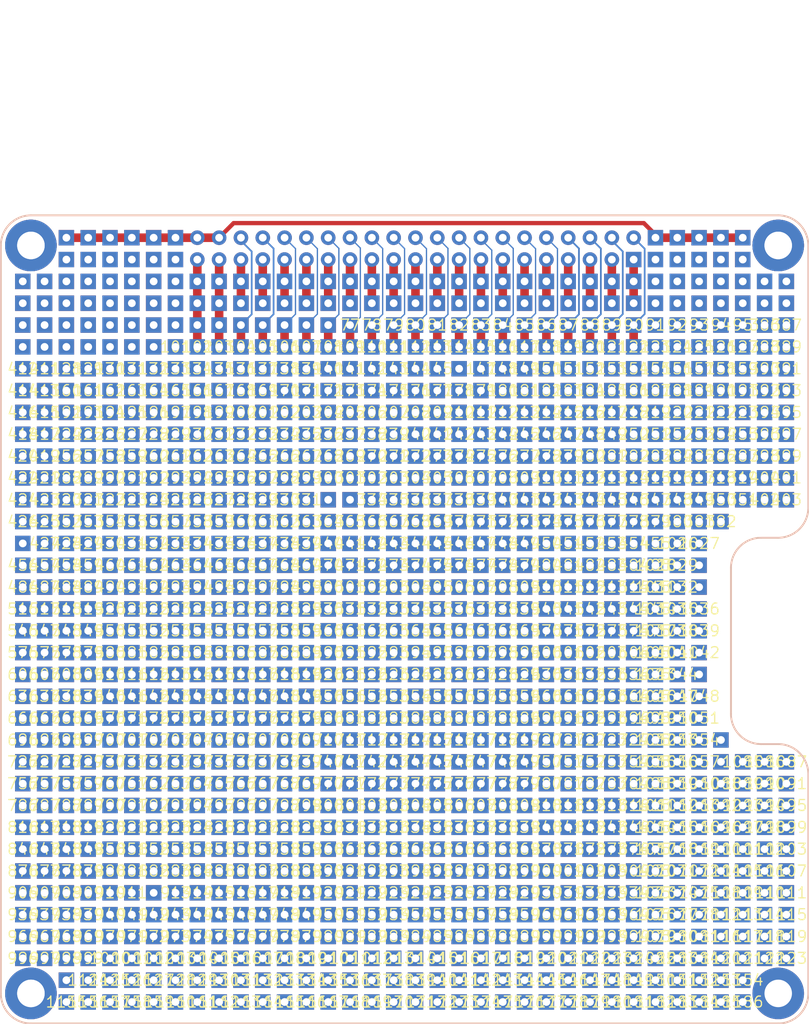
<source format=kicad_pcb>
(kicad_pcb (version 20240108) (generator "pcbnew") (generator_version "8.0")
  (layers (0 "F.Cu" signal) (31 "B.Cu" signal) (34 "B.Paste" user) (35 "F.Paste" user) (36 "B.SilkS" user "B.Silkscreen") (37 "F.SilkS" user "F.Silkscreen") (38 "B.Mask" user) (39 "F.Mask" user) (44 "Edge.Cuts" user))
  (net 0 "")
  (footprint "" (layer "F.Cu") (at 100.81 116.1)
    (property "Reference" "775")
    (property "Value" "")
  )
  (footprint "" (layer "F.Cu") (at 105.89 128.8)
    (property "Reference" "927")
    (property "Value" "")
  )
  (footprint "" (layer "F.Cu") (at 85.57 95.78)
    (property "Reference" "529")
    (property "Value" "")
  )
  (footprint "" (layer "F.Cu") (at 123.67 78)
    (property "Reference" "282")
    (property "Value" "")
  )
  (footprint "" (layer "F.Cu") (at 123.67 118.64)
    (property "Reference" "814")
    (property "Value" "")
  )
  (footprint "" (layer "F.Cu") (at 128.75 88.16)
    (property "Reference" "1026")
    (property "Value" "")
  )
  (footprint "" (layer "F.Cu") (at 100.81 136.42)
    (property "Reference" "1015")
    (property "Value" "")
  )
  (footprint "" (layer "F.Cu") (at 113.51 133.88)
    (property "Reference" "990")
    (property "Value" "")
  )
  (footprint "" (layer "F.Cu") (at 80.49 121.18)
    (property "Reference" "827")
    (property "Value" "")
  )
  (footprint "" (layer "F.Cu") (at 108.43 83.08)
    (property "Reference" "340")
    (property "Value" "")
  )
  (footprint "" (layer "F.Cu") (at 121.13 105.94)
    (property "Reference" "663")
    (property "Value" "")
  )
  (footprint "" (layer "F.Cu") (at 85.57 78)
    (property "Reference" "267")
    (property "Value" "")
  )
  (footprint "" (layer "F.Cu") (at 77.95 90.7)
    (property "Reference" "466")
    (property "Value" "")
  )
  (footprint "" (layer "F.Cu") (at 126.21 88.16)
    (property "Reference" "455")
    (property "Value" "")
  )
  (footprint "" (layer "F.Cu") (at 88.11 136.42)
    (property "Reference" "1010")
    (property "Value" "")
  )
  (footprint "" (layer "F.Cu") (at 60.17 118.64)
    (property "Reference" "789")
    (property "Value" "")
  )
  (footprint "" (layer "F.Cu") (at 90.65 80.54)
    (property "Reference" "301")
    (property "Value" "")
  )
  (footprint "" (layer "F.Cu") (at 105.89 133.88)
    (property "Reference" "987")
    (property "Value" "")
  )
  (footprint "mykicad_lib:THPad_1.7_09_round" (layer "F.Cu") (at 121.13 55.14)
    (property "Reference" "REF**51" (hide yes))
    (property "Value" "THPad_1.7_09_round")
  )
  (footprint "" (layer "F.Cu") (at 83.03 100.86)
    (property "Reference" "588")
    (property "Value" "")
  )
  (footprint "" (layer "F.Cu") (at 65.25 100.86)
    (property "Reference" "581")
    (property "Value" "")
  )
  (footprint "" (layer "F.Cu") (at 100.81 108.48)
    (property "Reference" "685")
    (property "Value" "")
  )
  (footprint "" (layer "F.Cu") (at 133.83 75.46)
    (property "Reference" "254")
    (property "Value" "")
  )
  (footprint "" (layer "F.Cu") (at 123.67 141.5)
    (property "Reference" "1181")
    (property "Value" "")
  )
  (footprint "" (layer "F.Cu") (at 105.89 75.46)
    (property "Reference" "243")
    (property "Value" "")
  )
  (footprint "" (layer "F.Cu") (at 93.19 98.32)
    (property "Reference" "562")
    (property "Value" "")
  )
  (footprint "" (layer "F.Cu") (at 60.17 62.76)
    (property "Reference" "65" (hide yes))
    (property "Value" "")
  )
  (footprint "" (layer "F.Cu") (at 141.45 133.88)
    (property "Reference" "1119")
    (property "Value" "")
  )
  (footprint "" (layer "F.Cu") (at 103.35 78)
    (property "Reference" "274")
    (property "Value" "")
  )
  (footprint "" (layer "F.Cu") (at 67.79 85.62)
    (property "Reference" "356")
    (property "Value" "")
  )
  (footprint "" (layer "F.Cu") (at 121.13 57.68)
    (property "Reference" "25" (hide yes))
    (property "Value" "")
  )
  (footprint "" (layer "F.Cu") (at 121.13 60.22)
    (property "Reference" "57" (hide yes))
    (property "Value" "")
  )
  (footprint "" (layer "F.Cu") (at 88.11 141.5)
    (property "Reference" "1167")
    (property "Value" "")
  )
  (footprint "" (layer "F.Cu") (at 57.63 70.38)
    (property "Reference" "160")
    (property "Value" "")
  )
  (footprint "" (layer "F.Cu") (at 85.57 72.92)
    (property "Reference" "203")
    (property "Value" "")
  )
  (footprint "" (layer "F.Cu") (at 83.03 136.42)
    (property "Reference" "1008")
    (property "Value" "")
  )
  (footprint "" (layer "F.Cu") (at 123.67 57.68)
    (property "Reference" "26" (hide yes))
    (property "Value" "")
  )
  (footprint "" (layer "F.Cu") (at 70.33 131.34)
    (property "Reference" "943")
    (property "Value" "")
  )
  (footprint "" (layer "F.Cu") (at 55.09 105.94)
    (property "Reference" "637")
    (property "Value" "")
  )
  (footprint "mykicad_lib:THPad_1.7_09_round" (layer "F.Cu") (at 72.87 55.14)
    (property "Reference" "REF**32" (hide yes))
    (property "Value" "THPad_1.7_09_round")
  )
  (footprint "" (layer "F.Cu") (at 93.19 62.76)
    (property "Reference" "78")
    (property "Value" "")
  )
  (footprint "" (layer "F.Cu") (at 77.95 75.46)
    (property "Reference" "232")
    (property "Value" "")
  )
  (footprint "" (layer "F.Cu") (at 131.29 128.8)
    (property "Reference" "1075")
    (property "Value" "")
  )
  (footprint "" (layer "F.Cu") (at 60.17 65.3)
    (property "Reference" "97" (hide yes))
    (property "Value" "")
  )
  (footprint "" (layer "F.Cu") (at 62.71 62.76)
    (property "Reference" "66" (hide yes))
    (property "Value" "")
  )
  (footprint "" (layer "F.Cu") (at 136.37 67.84)
    (property "Reference" "159")
    (property "Value" "")
  )
  (footprint "" (layer "F.Cu") (at 113.51 60.22)
    (property "Reference" "54" (hide yes))
    (property "Value" "")
  )
  (footprint "" (layer "F.Cu") (at 62.71 60.22)
    (property "Reference" "34" (hide yes))
    (property "Value" "")
  )
  (footprint "" (layer "F.Cu") (at 100.81 70.38)
    (property "Reference" "177")
    (property "Value" "")
  )
  (footprint "" (layer "F.Cu") (at 93.19 128.8)
    (property "Reference" "922")
    (property "Value" "")
  )
  (footprint "" (layer "F.Cu") (at 95.73 128.8)
    (property "Reference" "923")
    (property "Value" "")
  )
  (footprint "" (layer "F.Cu") (at 83.03 105.94)
    (property "Reference" "648")
    (property "Value" "")
  )
  (footprint "" (layer "F.Cu") (at 62.71 90.7)
    (property "Reference" "460")
    (property "Value" "")
  )
  (footprint "" (layer "F.Cu") (at 100.81 123.72)
    (property "Reference" "865")
    (property "Value" "")
  )
  (footprint "" (layer "F.Cu") (at 103.35 131.34)
    (property "Reference" "956")
    (property "Value" "")
  )
  (footprint "" (layer "F.Cu") (at 98.27 138.96)
    (property "Reference" "1139")
    (property "Value" "")
  )
  (footprint "mykicad_lib:THPad_1.8_0.9" (layer "F.Cu") (at 67.79 55.14)
    (property "Reference" "REF**10" (hide yes))
    (property "Value" "THPad_1.8_0.9" (hide yes))
  )
  (footprint "" (layer "F.Cu") (at 90.65 128.8)
    (property "Reference" "921")
    (property "Value" "")
  )
  (footprint "" (layer "F.Cu") (at 98.27 62.76)
    (property "Reference" "80")
    (property "Value" "")
  )
  (footprint "" (layer "F.Cu") (at 52.55 105.94)
    (property "Reference" "636")
    (property "Value" "")
  )
  (footprint "mykicad_lib:THPad_1.8_0.9" (layer "F.Cu") (at 62.71 55.14)
    (property "Reference" "REF**8" (hide yes))
    (property "Value" "THPad_1.8_0.9" (hide yes))
  )
  (footprint "" (layer "F.Cu") (at 80.49 105.94)
    (property "Reference" "647")
    (property "Value" "")
  )
  (footprint "" (layer "F.Cu") (at 83.03 72.92)
    (property "Reference" "202")
    (property "Value" "")
  )
  (footprint "" (layer "F.Cu") (at 95.73 136.42)
    (property "Reference" "1013")
    (property "Value" "")
  )
  (footprint "" (layer "F.Cu") (at 131.29 126.26)
    (property "Reference" "1072")
    (property "Value" "")
  )
  (footprint "" (layer "F.Cu") (at 75.41 131.34)
    (property "Reference" "945")
    (property "Value" "")
  )
  (footprint "" (layer "F.Cu") (at 75.41 111.02)
    (property "Reference" "705")
    (property "Value" "")
  )
  (footprint "" (layer "F.Cu") (at 126.21 108.48)
    (property "Reference" "1049")
    (property "Value" "")
  )
  (footprint "" (layer "F.Cu") (at 118.59 123.72)
    (property "Reference" "872")
    (property "Value" "")
  )
  (footprint "" (layer "F.Cu") (at 55.09 83.08)
    (property "Reference" "423")
    (property "Value" "")
  )
  (footprint "" (layer "F.Cu") (at 126.21 136.42)
    (property "Reference" "1025")
    (property "Value" "")
  )
  (footprint "" (layer "F.Cu") (at 131.29 105.94)
    (property "Reference" "1048")
    (property "Value" "")
  )
  (footprint "" (layer "F.Cu") (at 126.21 138.96)
    (property "Reference" "1150")
    (property "Value" "")
  )
  (footprint "" (layer "F.Cu") (at 88.11 105.94)
    (property "Reference" "650")
    (property "Value" "")
  )
  (footprint "" (layer "F.Cu") (at 126.21 98.32)
    (property "Reference" "1037")
    (property "Value" "")
  )
  (footprint "" (layer "F.Cu") (at 55.09 133.88)
    (property "Reference" "967")
    (property "Value" "")
  )
  (footprint "" (layer "F.Cu") (at 90.65 70.38)
    (property "Reference" "173")
    (property "Value" "")
  )
  (footprint "" (layer "F.Cu") (at 90.65 133.88)
    (property "Reference" "981")
    (property "Value" "")
  )
  (footprint "" (layer "F.Cu") (at 83.03 128.8)
    (property "Reference" "918")
    (property "Value" "")
  )
  (footprint "" (layer "F.Cu") (at 60.17 123.72)
    (property "Reference" "849")
    (property "Value" "")
  )
  (footprint "" (layer "F.Cu") (at 118.59 131.34)
    (property "Reference" "962")
    (property "Value" "")
  )
  (footprint "" (layer "F.Cu") (at 88.11 60.22)
    (property "Reference" "44" (hide yes))
    (property "Value" "")
  )
  (footprint "" (layer "F.Cu") (at 83.03 141.5)
    (property "Reference" "1165")
    (property "Value" "")
  )
  (footprint "" (layer "F.Cu") (at 116.05 100.86)
    (property "Reference" "601")
    (property "Value" "")
  )
  (footprint "" (layer "F.Cu") (at 88.11 123.72)
    (property "Reference" "860")
    (property "Value" "")
  )
  (footprint "" (layer "F.Cu") (at 60.17 57.68)
    (property "Reference" "1" (hide yes))
    (property "Value" "")
  )
  (footprint "" (layer "F.Cu") (at 118.59 90.7)
    (property "Reference" "482")
    (property "Value" "")
  )
  (footprint "mykicad_lib:THPad_1.7_09_round" (layer "F.Cu") (at 103.35 55.14)
    (property "Reference" "REF**44" (hide yes))
    (property "Value" "THPad_1.7_09_round")
  )
  (footprint "" (layer "F.Cu") (at 113.51 62.76)
    (property "Reference" "86")
    (property "Value" "")
  )
  (footprint "" (layer "F.Cu") (at 95.73 72.92)
    (property "Reference" "207")
    (property "Value" "")
  )
  (footprint "" (layer "F.Cu") (at 65.25 67.84)
    (property "Reference" "131")
    (property "Value" "")
  )
  (footprint "" (layer "F.Cu") (at 100.81 133.88)
    (property "Reference" "985")
    (property "Value" "")
  )
  (footprint "" (layer "F.Cu") (at 88.11 70.38)
    (property "Reference" "172")
    (property "Value" "")
  )
  (footprint "" (layer "F.Cu") (at 118.59 138.96)
    (property "Reference" "1147")
    (property "Value" "")
  )
  (footprint "" (layer "F.Cu") (at 90.65 113.56)
    (property "Reference" "741")
    (property "Value" "")
  )
  (footprint "" (layer "F.Cu") (at 65.25 62.76)
    (property "Reference" "67" (hide yes))
    (property "Value" "")
  )
  (footprint "" (layer "F.Cu") (at 95.73 126.26)
    (property "Reference" "893")
    (property "Value" "")
  )
  (footprint "" (layer "F.Cu") (at 70.33 57.68)
    (property "Reference" "5" (hide yes))
    (property "Value" "")
  )
  (footprint "" (layer "F.Cu") (at 72.87 83.08)
    (property "Reference" "326")
    (property "Value" "")
  )
  (footprint "" (layer "F.Cu") (at 141.45 131.34)
    (property "Reference" "1115")
    (property "Value" "")
  )
  (footprint "" (layer "F.Cu") (at 118.59 118.64)
    (property "Reference" "812")
    (property "Value" "")
  )
  (footprint "" (layer "F.Cu") (at 55.09 75.46)
    (property "Reference" "417")
    (property "Value" "")
  )
  (footprint "" (layer "F.Cu") (at 57.63 90.7)
    (property "Reference" "458")
    (property "Value" "")
  )
  (footprint "" (layer "F.Cu") (at 60.17 108.48)
    (property "Reference" "669")
    (property "Value" "")
  )
  (footprint "" (layer "F.Cu") (at 121.13 136.42)
    (property "Reference" "1023")
    (property "Value" "")
  )
  (footprint "" (layer "F.Cu") (at 133.83 131.34)
    (property "Reference" "1112")
    (property "Value" "")
  )
  (footprint "" (layer "F.Cu") (at 98.27 85.62)
    (property "Reference" "368")
    (property "Value" "")
  )
  (footprint "" (layer "F.Cu") (at 118.59 70.38)
    (property "Reference" "184")
    (property "Value" "")
  )
  (footprint "" (layer "F.Cu") (at 65.25 113.56)
    (property "Reference" "731")
    (property "Value" "")
  )
  (footprint "" (layer "F.Cu") (at 103.35 128.8)
    (property "Reference" "926")
    (property "Value" "")
  )
  (footprint "" (layer "F.Cu") (at 103.35 138.96)
    (property "Reference" "1141")
    (property "Value" "")
  )
  (footprint "" (layer "F.Cu") (at 80.49 141.5)
    (property "Reference" "1164")
    (property "Value" "")
  )
  (footprint "" (layer "F.Cu") (at 83.03 93.24)
    (property "Reference" "498")
    (property "Value" "")
  )
  (footprint "" (layer "F.Cu") (at 62.71 85.62)
    (property "Reference" "354")
    (property "Value" "")
  )
  (footprint "" (layer "F.Cu") (at 105.89 141.5)
    (property "Reference" "1174")
    (property "Value" "")
  )
  (footprint "" (layer "F.Cu") (at 80.49 131.34)
    (property "Reference" "947")
    (property "Value" "")
  )
  (footprint "" (layer "F.Cu") (at 113.51 70.38)
    (property "Reference" "182")
    (property "Value" "")
  )
  (footprint "" (layer "F.Cu") (at 57.63 93.24)
    (property "Reference" "488")
    (property "Value" "")
  )
  (footprint "" (layer "F.Cu") (at 121.13 85.62)
    (property "Reference" "377")
    (property "Value" "")
  )
  (footprint "" (layer "F.Cu") (at 52.55 98.32)
    (property "Reference" "546")
    (property "Value" "")
  )
  (footprint "" (layer "F.Cu") (at 93.19 65.3)
    (property "Reference" "110")
    (property "Value" "")
  )
  (footprint "" (layer "F.Cu") (at 105.89 100.86)
    (property "Reference" "597")
    (property "Value" "")
  )
  (footprint "" (layer "F.Cu") (at 57.63 85.62)
    (property "Reference" "352")
    (property "Value" "")
  )
  (footprint "mykicad_lib:THPad_1.7_09_round" (layer "F.Cu") (at 116.05 52.6)
    (property "Reference" "REF**28" (hide yes))
    (property "Value" "THPad_1.7_09_round")
  )
  (footprint "" (layer "F.Cu") (at 88.11 108.48)
    (property "Reference" "680")
    (property "Value" "")
  )
  (footprint "" (layer "F.Cu") (at 62.71 88.16)
    (property "Reference" "430")
    (property "Value" "")
  )
  (footprint "" (layer "F.Cu") (at 75.41 103.4)
    (property "Reference" "615")
    (property "Value" "")
  )
  (footprint "" (layer "F.Cu") (at 113.51 67.84)
    (property "Reference" "150")
    (property "Value" "")
  )
  (footprint "" (layer "F.Cu") (at 128.75 65.3)
    (property "Reference" "124")
    (property "Value" "")
  )
  (footprint "" (layer "F.Cu") (at 100.81 80.54)
    (property "Reference" "305")
    (property "Value" "")
  )
  (footprint "" (layer "F.Cu") (at 77.95 80.54)
    (property "Reference" "296")
    (property "Value" "")
  )
  (footprint "" (layer "F.Cu") (at 136.37 62.76)
    (property "Reference" "95")
    (property "Value" "")
  )
  (footprint "" (layer "F.Cu") (at 100.81 75.46)
    (property "Reference" "241")
    (property "Value" "")
  )
  (footprint "" (layer "F.Cu") (at 103.35 85.62)
    (property "Reference" "370")
    (property "Value" "")
  )
  (footprint "" (layer "F.Cu") (at 77.95 141.5)
    (property "Reference" "1163")
    (property "Value" "")
  )
  (footprint "" (layer "F.Cu") (at 133.83 85.62)
    (property "Reference" "382")
    (property "Value" "")
  )
  (footprint "" (layer "F.Cu") (at 116.05 136.42)
    (property "Reference" "1021")
    (property "Value" "")
  )
  (footprint "" (layer "F.Cu") (at 118.59 133.88)
    (property "Reference" "992")
    (property "Value" "")
  )
  (footprint "" (layer "F.Cu") (at 131.29 72.92)
    (property "Reference" "221")
    (property "Value" "")
  )
  (footprint "" (layer "F.Cu") (at 138.91 70.38)
    (property "Reference" "392")
    (property "Value" "")
  )
  (footprint "" (layer "F.Cu") (at 113.51 85.62)
    (property "Reference" "374")
    (property "Value" "")
  )
  (footprint "" (layer "F.Cu") (at 103.35 118.64)
    (property "Reference" "806")
    (property "Value" "")
  )
  (footprint "" (layer "F.Cu") (at 85.57 118.64)
    (property "Reference" "799")
    (property "Value" "")
  )
  (footprint "mykicad_lib:THPad_1.8_0.9" (layer "F.Cu") (at 57.63 55.14)
    (property "Reference" "REF**6" (hide yes))
    (property "Value" "THPad_1.8_0.9" (hide yes))
  )
  (footprint "" (layer "F.Cu") (at 85.57 57.68)
    (property "Reference" "11" (hide yes))
    (property "Value" "")
  )
  (footprint "" (layer "F.Cu") (at 72.87 85.62)
    (property "Reference" "358")
    (property "Value" "")
  )
  (footprint "" (layer "F.Cu") (at 123.67 60.22)
    (property "Reference" "58" (hide yes))
    (property "Value" "")
  )
  (footprint "" (layer "F.Cu") (at 52.55 72.92)
    (property "Reference" "416")
    (property "Value" "")
  )
  (footprint "" (layer "F.Cu") (at 67.79 80.54)
    (property "Reference" "292")
    (property "Value" "")
  )
  (footprint "" (layer "F.Cu") (at 80.49 123.72)
    (property "Reference" "857")
    (property "Value" "")
  )
  (footprint "" (layer "F.Cu") (at 131.29 111.02)
    (property "Reference" "1054")
    (property "Value" "")
  )
  (footprint "" (layer "F.Cu") (at 52.55 75.46)
    (property "Reference" "418")
    (property "Value" "")
  )
  (footprint "" (layer "F.Cu") (at 67.79 90.7)
    (property "Reference" "462")
    (property "Value" "")
  )
  (footprint "" (layer "F.Cu") (at 98.27 83.08)
    (property "Reference" "336")
    (property "Value" "")
  )
  (footprint "" (layer "F.Cu") (at 55.09 67.84)
    (property "Reference" "411")
    (property "Value" "")
  )
  (footprint "" (layer "F.Cu") (at 136.37 131.34)
    (property "Reference" "1113")
    (property "Value" "")
  )
  (footprint "" (layer "F.Cu") (at 95.73 118.64)
    (property "Reference" "803")
    (property "Value" "")
  )
  (footprint "" (layer "F.Cu") (at 98.27 67.84)
    (property "Reference" "144")
    (property "Value" "")
  )
  (footprint "" (layer "F.Cu") (at 93.19 95.78)
    (property "Reference" "532")
    (property "Value" "")
  )
  (footprint "" (layer "F.Cu") (at 65.25 118.64)
    (property "Reference" "791")
    (property "Value" "")
  )
  (footprint "" (layer "F.Cu") (at 113.51 131.34)
    (property "Reference" "960")
    (property "Value" "")
  )
  (footprint "" (layer "F.Cu") (at 126.21 116.1)
    (property "Reference" "1058")
    (property "Value" "")
  )
  (footprint "" (layer "F.Cu") (at 141.45 83.08)
    (property "Reference" "403")
    (property "Value" "")
  )
  (footprint "mykicad_lib:THPad_1.7_09_round" (layer "F.Cu") (at 105.89 55.14)
    (property "Reference" "REF**45" (hide yes))
    (property "Value" "THPad_1.7_09_round")
  )
  (footprint "" (layer "F.Cu") (at 131.29 108.48)
    (property "Reference" "1051")
    (property "Value" "")
  )
  (footprint "" (layer "F.Cu") (at 113.51 105.94)
    (property "Reference" "660")
    (property "Value" "")
  )
  (footprint "" (layer "F.Cu") (at 133.83 136.42)
    (property "Reference" "1120")
    (property "Value" "")
  )
  (footprint "" (layer "F.Cu") (at 72.87 128.8)
    (property "Reference" "914")
    (property "Value" "")
  )
  (footprint "" (layer "F.Cu") (at 116.05 123.72)
    (property "Reference" "871")
    (property "Value" "")
  )
  (footprint "" (layer "F.Cu") (at 133.83 80.54)
    (property "Reference" "318")
    (property "Value" "")
  )
  (footprint "" (layer "F.Cu") (at 116.05 72.92)
    (property "Reference" "215")
    (property "Value" "")
  )
  (footprint "" (layer "F.Cu") (at 113.51 136.42)
    (property "Reference" "1020")
    (property "Value" "")
  )
  (footprint "" (layer "F.Cu") (at 108.43 57.68)
    (property "Reference" "20" (hide yes))
    (property "Value" "")
  )
  (footprint "" (layer "F.Cu") (at 93.19 133.88)
    (property "Reference" "982")
    (property "Value" "")
  )
  (footprint "" (layer "F.Cu") (at 90.65 83.08)
    (property "Reference" "333" (hide yes))
    (property "Value" "")
  )
  (footprint "" (layer "F.Cu") (at 110.97 131.34)
    (property "Reference" "959")
    (property "Value" "")
  )
  (footprint "" (layer "F.Cu") (at 126.21 70.38)
    (property "Reference" "187")
    (property "Value" "")
  )
  (footprint "" (layer "F.Cu") (at 126.21 108.48)
    (property "Reference" "695")
    (property "Value" "")
  )
  (footprint "" (layer "F.Cu") (at 100.81 100.86)
    (property "Reference" "595")
    (property "Value" "")
  )
  (footprint "" (layer "F.Cu") (at 57.63 83.08)
    (property "Reference" "320")
    (property "Value" "")
  )
  (footprint "" (layer "F.Cu") (at 138.91 136.42)
    (property "Reference" "1122")
    (property "Value" "")
  )
  (footprint "" (layer "F.Cu") (at 141.45 57.68)
    (property "Reference" "383" (hide yes))
    (property "Value" "")
  )
  (footprint "" (layer "F.Cu") (at 93.19 100.86)
    (property "Reference" "592")
    (property "Value" "")
  )
  (footprint "" (layer "F.Cu") (at 136.37 57.68)
    (property "Reference" "31" (hide yes))
    (property "Value" "")
  )
  (footprint "" (layer "F.Cu") (at 121.13 80.54)
    (property "Reference" "313")
    (property "Value" "")
  )
  (footprint "" (layer "F.Cu") (at 126.21 98.32)
    (property "Reference" "575")
    (property "Value" "")
  )
  (footprint "" (layer "F.Cu") (at 118.59 85.62)
    (property "Reference" "376")
    (property "Value" "")
  )
  (footprint "" (layer "F.Cu") (at 103.35 136.42)
    (property "Reference" "1016")
    (property "Value" "")
  )
  (footprint "" (layer "F.Cu") (at 85.57 133.88)
    (property "Reference" "979")
    (property "Value" "")
  )
  (footprint "" (layer "F.Cu") (at 103.35 65.3)
    (property "Reference" "114")
    (property "Value" "")
  )
  (footprint "" (layer "F.Cu") (at 116.05 105.94)
    (property "Reference" "661")
    (property "Value" "")
  )
  (footprint "" (layer "F.Cu") (at 133.83 70.38)
    (property "Reference" "190")
    (property "Value" "")
  )
  (footprint "" (layer "F.Cu") (at 60.17 103.4)
    (property "Reference" "609")
    (property "Value" "")
  )
  (footprint "" (layer "F.Cu") (at 67.79 105.94)
    (property "Reference" "642")
    (property "Value" "")
  )
  (footprint "" (layer "F.Cu") (at 55.09 116.1)
    (property "Reference" "757")
    (property "Value" "")
  )
  (footprint "" (layer "F.Cu") (at 83.03 118.64)
    (property "Reference" "798")
    (property "Value" "")
  )
  (footprint "" (layer "F.Cu") (at 77.95 85.62)
    (property "Reference" "360")
    (property "Value" "")
  )
  (footprint "" (layer "F.Cu") (at 126.21 123.72)
    (property "Reference" "875")
    (property "Value" "")
  )
  (footprint "" (layer "F.Cu") (at 123.67 111.02)
    (property "Reference" "724")
    (property "Value" "")
  )
  (footprint "" (layer "F.Cu") (at 55.09 111.02)
    (property "Reference" "697")
    (property "Value" "")
  )
  (footprint "" (layer "F.Cu") (at 105.89 95.78)
    (property "Reference" "537")
    (property "Value" "")
  )
  (footprint "" (layer "F.Cu") (at 108.43 70.38)
    (property "Reference" "180")
    (property "Value" "")
  )
  (footprint "" (layer "F.Cu") (at 100.81 88.16)
    (property "Reference" "445")
    (property "Value" "")
  )
  (footprint "" (layer "F.Cu") (at 133.83 121.18)
    (property "Reference" "1096")
    (property "Value" "")
  )
  (footprint "" (layer "F.Cu") (at 121.13 88.16)
    (property "Reference" "453")
    (property "Value" "")
  )
  (footprint "" (layer "F.Cu") (at 60.17 85.62)
    (property "Reference" "353")
    (property "Value" "")
  )
  (footprint "" (layer "F.Cu") (at 95.73 90.7)
    (property "Reference" "473")
    (property "Value" "")
  )
  (footprint "" (layer "F.Cu") (at 52.55 85.62)
    (property "Reference" "426")
    (property "Value" "")
  )
  (footprint "" (layer "F.Cu") (at 60.17 113.56)
    (property "Reference" "729")
    (property "Value" "")
  )
  (footprint "" (layer "F.Cu") (at 95.73 75.46)
    (property "Reference" "239")
    (property "Value" "")
  )
  (footprint "" (layer "F.Cu") (at 95.73 65.3)
    (property "Reference" "111")
    (property "Value" "")
  )
  (footprint "" (layer "F.Cu") (at 126.21 80.54)
    (property "Reference" "315")
    (property "Value" "")
  )
  (footprint "" (layer "F.Cu") (at 100.81 111.02)
    (property "Reference" "715")
    (property "Value" "")
  )
  (footprint "" (layer "F.Cu") (at 80.49 113.56)
    (property "Reference" "737")
    (property "Value" "")
  )
  (footprint "" (layer "F.Cu") (at 128.75 123.72)
    (property "Reference" "1068")
    (property "Value" "")
  )
  (footprint "" (layer "F.Cu") (at 126.21 136.42)
    (property "Reference" "1082")
    (property "Value" "")
  )
  (footprint "" (layer "F.Cu") (at 113.51 57.68)
    (property "Reference" "22" (hide yes))
    (property "Value" "")
  )
  (footprint "" (layer "F.Cu") (at 131.29 93.24)
    (property "Reference" "1033" (hide yes))
    (property "Value" "")
  )
  (footprint "" (layer "F.Cu") (at 105.89 108.48)
    (property "Reference" "687")
    (property "Value" "")
  )
  (footprint "" (layer "F.Cu") (at 83.03 67.84)
    (property "Reference" "138")
    (property "Value" "")
  )
  (footprint "" (layer "F.Cu") (at 57.63 108.48)
    (property "Reference" "668")
    (property "Value" "")
  )
  (footprint "" (layer "F.Cu") (at 123.67 80.54)
    (property "Reference" "314")
    (property "Value" "")
  )
  (footprint "" (layer "F.Cu") (at 90.65 116.1)
    (property "Reference" "771")
    (property "Value" "")
  )
  (footprint "" (layer "F.Cu") (at 110.97 136.42)
    (property "Reference" "1019")
    (property "Value" "")
  )
  (footprint "" (layer "F.Cu") (at 55.09 100.86)
    (property "Reference" "577")
    (property "Value" "")
  )
  (footprint "" (layer "F.Cu") (at 110.97 133.88)
    (property "Reference" "989")
    (property "Value" "")
  )
  (footprint "" (layer "F.Cu") (at 121.13 133.88)
    (property "Reference" "993")
    (property "Value" "")
  )
  (footprint "" (layer "F.Cu") (at 85.57 62.76)
    (property "Reference" "75" (hide yes))
    (property "Value" "")
  )
  (footprint "" (layer "F.Cu") (at 123.67 116.1)
    (property "Reference" "784")
    (property "Value" "")
  )
  (footprint "" (layer "F.Cu") (at 108.43 103.4)
    (property "Reference" "628")
    (property "Value" "")
  )
  (footprint "mykicad_lib:THPad_1.7_09_round" (layer "F.Cu") (at 100.81 52.6)
    (property "Reference" "REF**22" (hide yes))
    (property "Value" "THPad_1.7_09_round")
  )
  (footprint "" (layer "F.Cu") (at 93.19 90.7)
    (property "Reference" "472")
    (property "Value" "")
  )
  (footprint "" (layer "F.Cu") (at 136.37 60.22)
    (property "Reference" "63" (hide yes))
    (property "Value" "")
  )
  (footprint "" (layer "F.Cu") (at 98.27 103.4)
    (property "Reference" "624")
    (property "Value" "")
  )
  (footprint "" (layer "F.Cu") (at 72.87 113.56)
    (property "Reference" "734")
    (property "Value" "")
  )
  (footprint "" (layer "F.Cu") (at 70.33 113.56)
    (property "Reference" "733")
    (property "Value" "")
  )
  (footprint "" (layer "F.Cu") (at 62.71 118.64)
    (property "Reference" "790")
    (property "Value" "")
  )
  (footprint "" (layer "F.Cu") (at 52.55 88.16)
    (property "Reference" "")
    (property "Value" "")
  )
  (footprint "" (layer "F.Cu") (at 90.65 60.22)
    (property "Reference" "45" (hide yes))
    (property "Value" "")
  )
  (footprint "" (layer "F.Cu") (at 133.83 78)
    (property "Reference" "286")
    (property "Value" "")
  )
  (footprint "" (layer "F.Cu") (at 100.81 103.4)
    (property "Reference" "625")
    (property "Value" "")
  )
  (footprint "" (layer "F.Cu") (at 118.59 65.3)
    (property "Reference" "120")
    (property "Value" "")
  )
  (footprint "" (layer "F.Cu") (at 138.91 123.72)
    (property "Reference" "1102")
    (property "Value" "")
  )
  (footprint "" (layer "F.Cu") (at 128.75 128.8)
    (property "Reference" "1074")
    (property "Value" "")
  )
  (footprint "" (layer "F.Cu") (at 110.97 93.24)
    (property "Reference" "509")
    (property "Value" "")
  )
  (footprint "" (layer "F.Cu") (at 116.05 83.08)
    (property "Reference" "343")
    (property "Value" "")
  )
  (footprint "" (layer "F.Cu") (at 113.51 128.8)
    (property "Reference" "930")
    (property "Value" "")
  )
  (footprint "" (layer "F.Cu") (at 108.43 78)
    (property "Reference" "276")
    (property "Value" "")
  )
  (footprint "" (layer "F.Cu") (at 83.03 98.32)
    (property "Reference" "558")
    (property "Value" "")
  )
  (footprint "" (layer "F.Cu") (at 131.29 60.22)
    (property "Reference" "61" (hide yes))
    (property "Value" "")
  )
  (footprint "" (layer "F.Cu") (at 103.35 111.02)
    (property "Reference" "716")
    (property "Value" "")
  )
  (footprint "" (layer "F.Cu") (at 126.21 95.78)
    (property "Reference" "1034")
    (property "Value" "")
  )
  (footprint "" (layer "F.Cu") (at 95.73 85.62)
    (property "Reference" "367")
    (property "Value" "")
  )
  (footprint "" (layer "F.Cu") (at 65.25 98.32)
    (property "Reference" "551")
    (property "Value" "")
  )
  (footprint "" (layer "F.Cu") (at 105.89 83.08)
    (property "Reference" "339")
    (property "Value" "")
  )
  (footprint "" (layer "F.Cu") (at 118.59 105.94)
    (property "Reference" "662")
    (property "Value" "")
  )
  (footprint "" (layer "F.Cu") (at 133.83 60.22)
    (property "Reference" "62" (hide yes))
    (property "Value" "")
  )
  (footprint "" (layer "F.Cu") (at 85.57 136.42)
    (property "Reference" "1009")
    (property "Value" "")
  )
  (footprint "" (layer "F.Cu") (at 90.65 141.5)
    (property "Reference" "1168")
    (property "Value" "")
  )
  (footprint "" (layer "F.Cu") (at 62.71 57.68)
    (property "Reference" "2" (hide yes))
    (property "Value" "")
  )
  (footprint "" (layer "F.Cu") (at 85.57 85.62)
    (property "Reference" "363")
    (property "Value" "")
  )
  (footprint "" (layer "F.Cu") (at 77.95 113.56)
    (property "Reference" "736")
    (property "Value" "")
  )
  (footprint "" (layer "F.Cu") (at 126.21 100.86)
    (property "Reference" "605")
    (property "Value" "")
  )
  (footprint "" (layer "F.Cu") (at 75.41 93.24)
    (property "Reference" "495")
    (property "Value" "")
  )
  (footprint "" (layer "F.Cu") (at 75.41 85.62)
    (property "Reference" "359")
    (property "Value" "")
  )
  (footprint "" (layer "F.Cu") (at 131.29 67.84)
    (property "Reference" "157")
    (property "Value" "")
  )
  (footprint "" (layer "F.Cu") (at 128.75 100.86)
    (property "Reference" "1041")
    (property "Value" "")
  )
  (footprint "" (layer "F.Cu") (at 72.87 123.72)
    (property "Reference" "854")
    (property "Value" "")
  )
  (footprint "" (layer "F.Cu") (at 67.79 121.18)
    (property "Reference" "822")
    (property "Value" "")
  )
  (footprint "" (layer "F.Cu") (at 108.43 128.8)
    (property "Reference" "928")
    (property "Value" "")
  )
  (footprint "" (layer "F.Cu") (at 123.67 72.92)
    (property "Reference" "218")
    (property "Value" "")
  )
  (footprint "" (layer "F.Cu") (at 103.35 90.7)
    (property "Reference" "476")
    (property "Value" "")
  )
  (footprint "" (layer "F.Cu") (at 133.83 111.02)
    (property "Reference" "")
    (property "Value" "")
  )
  (footprint "" (layer "F.Cu") (at 93.19 70.38)
    (property "Reference" "174")
    (property "Value" "")
  )
  (footprint "" (layer "F.Cu") (at 126.21 133.88)
    (property "Reference" "995")
    (property "Value" "")
  )
  (footprint "" (layer "F.Cu") (at 105.89 131.34)
    (property "Reference" "957")
    (property "Value" "")
  )
  (footprint "" (layer "F.Cu") (at 85.57 123.72)
    (property "Reference" "859")
    (property "Value" "")
  )
  (footprint "" (layer "F.Cu") (at 126.21 62.76)
    (property "Reference" "91")
    (property "Value" "")
  )
  (footprint "" (layer "F.Cu") (at 75.41 75.46)
    (property "Reference" "231")
    (property "Value" "")
  )
  (footprint "" (layer "F.Cu") (at 75.41 108.48)
    (property "Reference" "675")
    (property "Value" "")
  )
  (footprint "" (layer "F.Cu") (at 57.63 113.56)
    (property "Reference" "728")
    (property "Value" "")
  )
  (footprint "" (layer "F.Cu") (at 77.95 93.24)
    (property "Reference" "496")
    (property "Value" "")
  )
  (footprint "" (layer "F.Cu") (at 55.09 98.32)
    (property "Reference" "547")
    (property "Value" "")
  )
  (footprint "" (layer "F.Cu") (at 57.63 121.18)
    (property "Reference" "818")
    (property "Value" "")
  )
  (footprint "" (layer "F.Cu") (at 83.03 70.38)
    (property "Reference" "170")
    (property "Value" "")
  )
  (footprint "" (layer "F.Cu") (at 133.83 141.5)
    (property "Reference" "1185")
    (property "Value" "")
  )
  (footprint "" (layer "F.Cu") (at 93.19 131.34)
    (property "Reference" "952")
    (property "Value" "")
  )
  (footprint "" (layer "F.Cu") (at 52.55 67.84)
    (property "Reference" "412")
    (property "Value" "")
  )
  (footprint "mykicad_lib:THPad_1.7_09_round" (layer "F.Cu") (at 95.73 52.6)
    (property "Reference" "REF**20" (hide yes))
    (property "Value" "THPad_1.7_09_round")
  )
  (footprint "mykicad_lib:THPad_1.8_0.9" (layer "F.Cu") (at 60.17 55.14)
    (property "Reference" "REF**7" (hide yes))
    (property "Value" "THPad_1.8_0.9" (hide yes))
  )
  (footprint "" (layer "F.Cu") (at 80.49 72.92)
    (property "Reference" "201")
    (property "Value" "")
  )
  (footprint "" (layer "F.Cu") (at 128.75 133.88)
    (property "Reference" "1080")
    (property "Value" "")
  )
  (footprint "" (layer "F.Cu") (at 118.59 103.4)
    (property "Reference" "632")
    (property "Value" "")
  )
  (footprint "" (layer "F.Cu") (at 110.97 123.72)
    (property "Reference" "869")
    (property "Value" "")
  )
  (footprint "" (layer "F.Cu") (at 126.21 67.84)
    (property "Reference" "155")
    (property "Value" "")
  )
  (footprint "" (layer "F.Cu") (at 100.81 131.34)
    (property "Reference" "955")
    (property "Value" "")
  )
  (footprint "" (layer "F.Cu") (at 77.95 116.1)
    (property "Reference" "766")
    (property "Value" "")
  )
  (footprint "" (layer "F.Cu") (at 67.79 57.68)
    (property "Reference" "4" (hide yes))
    (property "Value" "")
  )
  (footprint "" (layer "F.Cu") (at 70.33 65.3)
    (property "Reference" "101")
    (property "Value" "")
  )
  (footprint "" (layer "F.Cu") (at 110.97 70.38)
    (property "Reference" "181")
    (property "Value" "")
  )
  (footprint "mykicad_lib:THPad_1.7_09_round" (layer "F.Cu") (at 88.11 55.14)
    (property "Reference" "REF**38" (hide yes))
    (property "Value" "THPad_1.7_09_round")
  )
  (footprint "" (layer "F.Cu") (at 75.41 121.18)
    (property "Reference" "825")
    (property "Value" "")
  )
  (footprint "" (layer "F.Cu") (at 75.41 72.92)
    (property "Reference" "199")
    (property "Value" "")
  )
  (footprint "" (layer "F.Cu") (at 83.03 78)
    (property "Reference" "266")
    (property "Value" "")
  )
  (footprint "" (layer "F.Cu") (at 67.79 111.02)
    (property "Reference" "702")
    (property "Value" "")
  )
  (footprint "" (layer "F.Cu") (at 123.67 67.84)
    (property "Reference" "154")
    (property "Value" "")
  )
  (footprint "" (layer "F.Cu") (at 67.79 103.4)
    (property "Reference" "612")
    (property "Value" "")
  )
  (footprint "mykicad_lib:THPad_1.7_09_round" (layer "F.Cu") (at 113.51 55.14)
    (property "Reference" "REF**48" (hide yes))
    (property "Value" "THPad_1.7_09_round")
  )
  (footprint "" (layer "F.Cu") (at 65.25 116.1)
    (property "Reference" "761")
    (property "Value" "")
  )
  (footprint "" (layer "F.Cu") (at 131.29 98.32)
    (property "Reference" "1039")
    (property "Value" "")
  )
  (footprint "" (layer "F.Cu") (at 77.95 72.92)
    (property "Reference" "200")
    (property "Value" "")
  )
  (footprint "" (layer "F.Cu") (at 67.79 62.76)
    (property "Reference" "68" (hide yes))
    (property "Value" "")
  )
  (footprint "" (layer "F.Cu") (at 57.63 75.46)
    (property "Reference" "224")
    (property "Value" "")
  )
  (footprint "" (layer "F.Cu") (at 110.97 60.22)
    (property "Reference" "53" (hide yes))
    (property "Value" "")
  )
  (footprint "" (layer "F.Cu") (at 138.91 121.18)
    (property "Reference" "1098")
    (property "Value" "")
  )
  (footprint "" (layer "F.Cu") (at 93.19 85.62)
    (property "Reference" "366")
    (property "Value" "")
  )
  (footprint "" (layer "F.Cu") (at 85.57 93.24)
    (property "Reference" "499")
    (property "Value" "")
  )
  (footprint "" (layer "F.Cu") (at 108.43 88.16)
    (property "Reference" "448")
    (property "Value" "")
  )
  (footprint "" (layer "F.Cu") (at 95.73 98.32)
    (property "Reference" "563")
    (property "Value" "")
  )
  (footprint "" (layer "F.Cu") (at 131.29 80.54)
    (property "Reference" "317")
    (property "Value" "")
  )
  (footprint "" (layer "F.Cu") (at 116.05 80.54)
    (property "Reference" "311")
    (property "Value" "")
  )
  (footprint "" (layer "F.Cu") (at 57.63 141.5)
    (property "Reference" "1155")
    (property "Value" "")
  )
  (footprint "" (layer "F.Cu") (at 108.43 118.64)
    (property "Reference" "808")
    (property "Value" "")
  )
  (footprint "" (layer "F.Cu") (at 126.21 93.24)
    (property "Reference" "515")
    (property "Value" "")
  )
  (footprint "" (layer "F.Cu") (at 57.63 118.64)
    (property "Reference" "788")
    (property "Value" "")
  )
  (footprint "" (layer "F.Cu") (at 57.63 100.86)
    (property "Reference" "578")
    (property "Value" "")
  )
  (footprint "" (layer "F.Cu") (at 110.97 111.02)
    (property "Reference" "719")
    (property "Value" "")
  )
  (footprint "mykicad_lib:THPad_1.7_09_round" (layer "F.Cu") (at 75.41 55.14)
    (property "Reference" "REF**33" (hide yes))
    (property "Value" "THPad_1.7_09_round")
  )
  (footprint "" (layer "F.Cu") (at 55.09 128.8)
    (property "Reference" "907")
    (property "Value" "")
  )
  (footprint "" (layer "F.Cu") (at 90.65 121.18)
    (property "Reference" "831")
    (property "Value" "")
  )
  (footprint "" (layer "F.Cu") (at 83.03 111.02)
    (property "Reference" "708")
    (property "Value" "")
  )
  (footprint "" (layer "F.Cu") (at 65.25 83.08)
    (property "Reference" "323")
    (property "Value" "")
  )
  (footprint "" (layer "F.Cu") (at 70.33 118.64)
    (property "Reference" "793")
    (property "Value" "")
  )
  (footprint "mykicad_lib:THPad_1.8_0.9" (layer "F.Cu") (at 126.21 52.6)
    (property "Reference" "REF**" (hide yes))
    (property "Value" "THPad_1.8_0.9" (hide yes))
  )
  (footprint "" (layer "F.Cu") (at 67.79 95.78)
    (property "Reference" "522")
    (property "Value" "")
  )
  (footprint "" (layer "F.Cu") (at 88.11 90.7)
    (property "Reference" "470")
    (property "Value" "")
  )
  (footprint "" (layer "F.Cu") (at 77.95 126.26)
    (property "Reference" "886")
    (property "Value" "")
  )
  (footprint "" (layer "F.Cu") (at 80.49 70.38)
    (property "Reference" "169")
    (property "Value" "")
  )
  (footprint "" (layer "F.Cu") (at 57.63 65.3)
    (property "Reference" "96" (hide yes))
    (property "Value" "")
  )
  (footprint "" (layer "F.Cu") (at 65.25 85.62)
    (property "Reference" "355")
    (property "Value" "")
  )
  (footprint "" (layer "F.Cu") (at 70.33 67.84)
    (property "Reference" "133")
    (property "Value" "")
  )
  (footprint "" (layer "F.Cu") (at 65.25 121.18)
    (property "Reference" "821")
    (property "Value" "")
  )
  (footprint "" (layer "F.Cu") (at 116.05 60.22)
    (property "Reference" "55" (hide yes))
    (property "Value" "")
  )
  (footprint "" (layer "F.Cu") (at 75.41 65.3)
    (property "Reference" "103")
    (property "Value" "")
  )
  (footprint "" (layer "F.Cu") (at 60.17 131.34)
    (property "Reference" "939")
    (property "Value" "")
  )
  (footprint "" (layer "F.Cu") (at 72.87 121.18)
    (property "Reference" "824")
    (property "Value" "")
  )
  (footprint "" (layer "F.Cu") (at 98.27 78)
    (property "Reference" "272")
    (property "Value" "")
  )
  (footprint "mykicad_lib:THPad_1.8_0.9" (layer "F.Cu") (at 70.33 55.14)
    (property "Reference" "REF**11" (hide yes))
    (property "Value" "THPad_1.8_0.9" (hide yes))
  )
  (footprint "" (layer "F.Cu") (at 110.97 126.26)
    (property "Reference" "899")
    (property "Value" "")
  )
  (footprint "" (layer "F.Cu") (at 126.21 111.02)
    (property "Reference" "725")
    (property "Value" "")
  )
  (footprint "" (layer "F.Cu") (at 103.35 95.78)
    (property "Reference" "536")
    (property "Value" "")
  )
  (footprint "" (layer "F.Cu") (at 136.37 126.26)
    (property "Reference" "1105")
    (property "Value" "")
  )
  (footprint "" (layer "F.Cu") (at 138.91 60.22)
    (property "Reference" "384" (hide yes))
    (property "Value" "")
  )
  (footprint "" (layer "F.Cu") (at 77.95 123.72)
    (property "Reference" "856")
    (property "Value" "")
  )
  (footprint "" (layer "F.Cu") (at 52.55 136.42)
    (property "Reference" "996")
    (property "Value" "")
  )
  (footprint "" (layer "F.Cu") (at 128.75 95.78)
    (property "Reference" "1035")
    (property "Value" "")
  )
  (footprint "" (layer "F.Cu") (at 108.43 136.42)
    (property "Reference" "1018")
    (property "Value" "")
  )
  (footprint "" (layer "F.Cu") (at 70.33 128.8)
    (property "Reference" "913")
    (property "Value" "")
  )
  (footprint "mykicad_lib:THPad_1.7_09_round" (layer "F.Cu") (at 123.67 52.6)
    (property "Reference" "REF**31" (hide yes))
    (property "Value" "THPad_1.7_09_round")
  )
  (footprint "" (layer "F.Cu") (at 118.59 141.5)
    (property "Reference" "1179")
    (property "Value" "")
  )
  (footprint "" (layer "F.Cu") (at 110.97 83.08)
    (property "Reference" "341")
    (property "Value" "")
  )
  (footprint "" (layer "F.Cu") (at 136.37 133.88)
    (property "Reference" "1117")
    (property "Value" "")
  )
  (footprint "" (layer "F.Cu") (at 72.87 65.3)
    (property "Reference" "102")
    (property "Value" "")
  )
  (footprint "" (layer "F.Cu") (at 136.37 138.96)
    (property "Reference" "1154")
    (property "Value" "")
  )
  (footprint "" (layer "F.Cu") (at 88.11 118.64)
    (property "Reference" "800")
    (property "Value" "")
  )
  (footprint "" (layer "F.Cu") (at 72.87 90.7)
    (property "Reference" "464")
    (property "Value" "")
  )
  (footprint "" (layer "F.Cu") (at 67.79 113.56)
    (property "Reference" "732")
    (property "Value" "")
  )
  (footprint "" (layer "F.Cu") (at 60.17 95.78)
    (property "Reference" "519")
    (property "Value" "")
  )
  (footprint "" (layer "F.Cu") (at 65.25 126.26)
    (property "Reference" "881")
    (property "Value" "")
  )
  (footprint "mykicad_lib:THPad_1.7_09_round" (layer "F.Cu") (at 100.81 55.14)
    (property "Reference" "REF**43" (hide yes))
    (property "Value" "THPad_1.7_09_round")
  )
  (footprint "" (layer "F.Cu") (at 95.73 80.54)
    (property "Reference" "303")
    (property "Value" "")
  )
  (footprint "" (layer "F.Cu") (at 98.27 100.86)
    (property "Reference" "594")
    (property "Value" "")
  )
  (footprint "" (layer "F.Cu") (at 67.79 67.84)
    (property "Reference" "132")
    (property "Value" "")
  )
  (footprint "" (layer "F.Cu") (at 80.49 98.32)
    (property "Reference" "557")
    (property "Value" "")
  )
  (footprint "" (layer "F.Cu") (at 126.21 111.02)
    (property "Reference" "1052")
    (property "Value" "")
  )
  (footprint "" (layer "F.Cu") (at 62.71 70.38)
    (property "Reference" "162")
    (property "Value" "")
  )
  (footprint "mykicad_lib:THPad_1.7_09_round" (layer "F.Cu") (at 83.03 55.14)
    (property "Reference" "REF**36" (hide yes))
    (property "Value" "THPad_1.7_09_round")
  )
  (footprint "" (layer "F.Cu") (at 103.35 126.26)
    (property "Reference" "896")
    (property "Value" "")
  )
  (footprint "" (layer "F.Cu") (at 75.41 118.64)
    (property "Reference" "795")
    (property "Value" "")
  )
  (footprint "" (layer "F.Cu") (at 103.35 57.68)
    (property "Reference" "18" (hide yes))
    (property "Value" "")
  )
  (footprint "" (layer "F.Cu") (at 123.67 90.7)
    (property "Reference" "484")
    (property "Value" "")
  )
  (footprint "" (layer "F.Cu") (at 126.21 105.94)
    (property "Reference" "665")
    (property "Value" "")
  )
  (footprint "" (layer "F.Cu") (at 55.09 70.38)
    (property "Reference" "413")
    (property "Value" "")
  )
  (footprint "" (layer "F.Cu") (at 83.03 60.22)
    (property "Reference" "42" (hide yes))
    (property "Value" "")
  )
  (footprint "" (layer "F.Cu") (at 105.89 90.7)
    (property "Reference" "477")
    (property "Value" "")
  )
  (footprint "" (layer "F.Cu") (at 88.11 126.26)
    (property "Reference" "890")
    (property "Value" "")
  )
  (footprint "" (layer "F.Cu") (at 60.17 67.84)
    (property "Reference" "129")
    (property "Value" "")
  )
  (footprint "" (layer "F.Cu") (at 116.05 65.3)
    (property "Reference" "119")
    (property "Value" "")
  )
  (footprint "" (layer "F.Cu") (at 88.11 65.3)
    (property "Reference" "108")
    (property "Value" "")
  )
  (footprint "" (layer "F.Cu") (at 103.35 103.4)
    (property "Reference" "626")
    (property "Value" "")
  )
  (footprint "" (layer "F.Cu") (at 55.09 60.22)
    (property "Reference" "405" (hide yes))
    (property "Value" "")
  )
  (footprint "" (layer "F.Cu") (at 128.75 83.08)
    (property "Reference" "348")
    (property "Value" "")
  )
  (footprint "" (layer "F.Cu") (at 83.03 103.4)
    (property "Reference" "618")
    (property "Value" "")
  )
  (footprint "" (layer "F.Cu") (at 80.49 60.22)
    (property "Reference" "41" (hide yes))
    (property "Value" "")
  )
  (footprint "" (layer "F.Cu") (at 67.79 131.34)
    (property "Reference" "942")
    (property "Value" "")
  )
  (footprint "" (layer "F.Cu") (at 100.81 105.94)
    (property "Reference" "655")
    (property "Value" "")
  )
  (footprint "" (layer "F.Cu") (at 131.29 136.42)
    (property "Reference" "1084")
    (property "Value" "")
  )
  (footprint "" (layer "F.Cu") (at 57.63 111.02)
    (property "Reference" "698")
    (property "Value" "")
  )
  (footprint "" (layer "F.Cu") (at 77.95 103.4)
    (property "Reference" "616")
    (property "Value" "")
  )
  (footprint "" (layer "F.Cu") (at 113.51 90.7)
    (property "Reference" "480")
    (property "Value" "")
  )
  (footprint "" (layer "F.Cu") (at 98.27 128.8)
    (property "Reference" "924")
    (property "Value" "")
  )
  (footprint "" (layer "F.Cu") (at 88.11 93.24)
    (property "Reference" "500")
    (property "Value" "")
  )
  (footprint "" (layer "F.Cu") (at 80.49 118.64)
    (property "Reference" "797")
    (property "Value" "")
  )
  (footprint "" (layer "F.Cu") (at 141.45 70.38)
    (property "Reference" "393")
    (property "Value" "")
  )
  (footprint "" (layer "F.Cu") (at 75.41 141.5)
    (property "Reference" "1162")
    (property "Value" "")
  )
  (footprint "mykicad_lib:THPad_1.8_0.9" (layer "F.Cu") (at 136.37 55.14)
    (property "Reference" "REF**61" (hide yes))
    (property "Value" "THPad_1.8_0.9" (hide yes))
  )
  (footprint "" (layer "F.Cu") (at 110.97 88.16)
    (property "Reference" "449")
    (property "Value" "")
  )
  (footprint "" (layer "F.Cu") (at 100.81 95.78)
    (property "Reference" "535")
    (property "Value" "")
  )
  (footprint "" (layer "F.Cu") (at 105.89 62.76)
    (property "Reference" "83")
    (property "Value" "")
  )
  (footprint "" (layer "F.Cu") (at 95.73 100.86)
    (property "Reference" "593")
    (property "Value" "")
  )
  (footprint "" (layer "F.Cu") (at 55.09 62.76)
    (property "Reference" "407" (hide yes))
    (property "Value" "")
  )
  (footprint "" (layer "F.Cu") (at 52.55 70.38)
    (property "Reference" "414")
    (property "Value" "")
  )
  (footprint "" (layer "F.Cu") (at 88.11 111.02)
    (property "Reference" "710")
    (property "Value" "")
  )
  (footprint "" (layer "F.Cu") (at 131.29 138.96)
    (property "Reference" "1152")
    (property "Value" "")
  )
  (footprint "" (layer "F.Cu") (at 100.81 128.8)
    (property "Reference" "925")
    (property "Value" "")
  )
  (footprint "" (layer "F.Cu") (at 67.79 123.72)
    (property "Reference" "852")
    (property "Value" "")
  )
  (footprint "" (layer "F.Cu") (at 70.33 138.96)
    (property "Reference" "1128")
    (property "Value" "")
  )
  (footprint "" (layer "F.Cu") (at 138.91 116.1)
    (property "Reference" "1090")
    (property "Value" "")
  )
  (footprint "" (layer "F.Cu") (at 57.63 80.54)
    (property "Reference" "288")
    (property "Value" "")
  )
  (footprint "" (layer "F.Cu") (at 62.71 67.84)
    (property "Reference" "130")
    (property "Value" "")
  )
  (footprint "" (layer "F.Cu") (at 108.43 126.26)
    (property "Reference" "898")
    (property "Value" "")
  )
  (footprint "" (layer "F.Cu") (at 141.45 65.3)
    (property "Reference" "389")
    (property "Value" "")
  )
  (footprint "" (layer "F.Cu") (at 80.49 116.1)
    (property "Reference" "767")
    (property "Value" "")
  )
  (footprint "" (layer "F.Cu") (at 90.65 72.92)
    (property "Reference" "205")
    (property "Value" "")
  )
  (footprint "" (layer "F.Cu") (at 98.27 118.64)
    (property "Reference" "804")
    (property "Value" "")
  )
  (footprint "" (layer "F.Cu") (at 88.11 80.54)
    (property "Reference" "300")
    (property "Value" "")
  )
  (footprint "" (layer "F.Cu") (at 72.87 138.96)
    (property "Reference" "1129")
    (property "Value" "")
  )
  (footprint "" (layer "F.Cu") (at 70.33 98.32)
    (property "Reference" "553")
    (property "Value" "")
  )
  (footprint "mykicad_lib:THPad_1.7_09_round" (layer "F.Cu") (at 75.41 52.6)
    (property "Reference" "REF**12" (hide yes))
    (property "Value" "THPad_1.7_09_round")
  )
  (footprint "" (layer "F.Cu") (at 65.25 123.72)
    (property "Reference" "851")
    (property "Value" "")
  )
  (footprint "" (layer "F.Cu") (at 72.87 93.24)
    (property "Reference" "494")
    (property "Value" "")
  )
  (footprint "" (layer "F.Cu") (at 95.73 123.72)
    (property "Reference" "863")
    (property "Value" "")
  )
  (footprint "" (layer "F.Cu") (at 85.57 105.94)
    (property "Reference" "649")
    (property "Value" "")
  )
  (footprint "" (layer "F.Cu") (at 72.87 100.86)
    (property "Reference" "584")
    (property "Value" "")
  )
  (footprint "" (layer "F.Cu") (at 123.67 131.34)
    (property "Reference" "964")
    (property "Value" "")
  )
  (footprint "mykicad_lib:THPad_1.7_09_round" (layer "F.Cu") (at 85.57 52.6)
    (property "Reference" "REF**16" (hide yes))
    (property "Value" "THPad_1.7_09_round")
  )
  (footprint "" (layer "F.Cu") (at 72.87 111.02)
    (property "Reference" "704")
    (property "Value" "")
  )
  (footprint "" (layer "F.Cu") (at 126.21 103.4)
    (property "Reference" "635")
    (property "Value" "")
  )
  (footprint "" (layer "F.Cu") (at 57.63 67.84)
    (property "Reference" "128")
    (property "Value" "")
  )
  (footprint "" (layer "F.Cu") (at 116.05 98.32)
    (property "Reference" "571")
    (property "Value" "")
  )
  (footprint "" (layer "F.Cu") (at 126.21 128.8)
    (property "Reference" "1073")
    (property "Value" "")
  )
  (footprint "" (layer "F.Cu") (at 60.17 133.88)
    (property "Reference" "969")
    (property "Value" "")
  )
  (footprint "" (layer "F.Cu") (at 118.59 111.02)
    (property "Reference" "722")
    (property "Value" "")
  )
  (footprint "" (layer "F.Cu") (at 83.03 138.96)
    (property "Reference" "1133")
    (property "Value" "")
  )
  (footprint "mykicad_lib:THPad_1.7_09_round" (layer "F.Cu") (at 108.43 52.6)
    (property "Reference" "REF**25" (hide yes))
    (property "Value" "THPad_1.7_09_round")
  )
  (footprint "" (layer "F.Cu") (at 126.21 103.4)
    (property "Reference" "1043")
    (property "Value" "")
  )
  (footprint "" (layer "F.Cu") (at 52.55 131.34)
    (property "Reference" "936")
    (property "Value" "")
  )
  (footprint "" (layer "F.Cu") (at 121.13 121.18)
    (property "Reference" "843")
    (property "Value" "")
  )
  (footprint "" (layer "F.Cu") (at 141.45 67.84)
    (property "Reference" "391")
    (property "Value" "")
  )
  (footprint "" (layer "F.Cu") (at 123.67 133.88)
    (property "Reference" "994")
    (property "Value" "")
  )
  (footprint "" (layer "F.Cu") (at 65.25 105.94)
    (property "Reference" "641")
    (property "Value" "")
  )
  (footprint "" (layer "F.Cu") (at 65.25 60.22)
    (property "Reference" "35" (hide yes))
    (property "Value" "" (hide yes))
  )
  (footprint "" (layer "F.Cu") (at 57.63 60.22)
    (property "Reference" "32" (hide yes))
    (property "Value" "")
  )
  (footprint "mykicad_lib:THPad_1.7_09_round" (layer "F.Cu") (at 103.35 52.6)
    (property "Reference" "REF**23" (hide yes))
    (property "Value" "THPad_1.7_09_round")
  )
  (footprint "" (layer "F.Cu") (at 62.71 80.54)
    (property "Reference" "290")
    (property "Value" "")
  )
  (footprint "" (layer "F.Cu") (at 70.33 116.1)
    (property "Reference" "763")
    (property "Value" "")
  )
  (footprint "" (layer "F.Cu") (at 128.75 131.34)
    (property "Reference" "1077")
    (property "Value" "")
  )
  (footprint "" (layer "F.Cu") (at 88.11 128.8)
    (property "Reference" "920")
    (property "Value" "")
  )
  (footprint "" (layer "F.Cu") (at 126.21 90.7)
    (property "Reference" "1028")
    (property "Value" "")
  )
  (footprint "mykicad_lib:THPad_1.7_09_round" (layer "F.Cu") (at 77.95 52.6)
    (property "Reference" "REF**13" (hide yes))
    (property "Value" "THPad_1.7_09_round")
  )
  (footprint "" (layer "F.Cu") (at 131.29 121.18)
    (property "Reference" "1066")
    (property "Value" "")
  )
  (footprint "" (layer "F.Cu") (at 90.65 62.76)
    (property "Reference" "77")
    (property "Value" "")
  )
  (footprint "" (layer "F.Cu") (at 90.65 138.96)
    (property "Reference" "1136")
    (property "Value" "")
  )
  (footprint "" (layer "F.Cu") (at 128.75 121.18)
    (property "Reference" "1065")
    (property "Value" "")
  )
  (footprint "" (layer "F.Cu") (at 88.11 75.46)
    (property "Reference" "236")
    (property "Value" "")
  )
  (footprint "" (layer "F.Cu") (at 105.89 126.26)
    (property "Reference" "897")
    (property "Value" "")
  )
  (footprint "" (layer "F.Cu") (at 131.29 62.76)
    (property "Reference" "93")
    (property "Value" "")
  )
  (footprint "" (layer "F.Cu") (at 72.87 67.84)
    (property "Reference" "134")
    (property "Value" "")
  )
  (footprint "" (layer "F.Cu") (at 108.43 105.94)
    (property "Reference" "658")
    (property "Value" "")
  )
  (footprint "" (layer "F.Cu") (at 105.89 113.56)
    (property "Reference" "747")
    (property "Value" "")
  )
  (footprint "" (layer "F.Cu") (at 90.65 108.48)
    (property "Reference" "681")
    (property "Value" "")
  )
  (footprint "" (layer "F.Cu") (at 126.21 131.34)
    (property "Reference" "965")
    (property "Value" "")
  )
  (footprint "" (layer "F.Cu") (at 83.03 62.76)
    (property "Reference" "74" (hide yes))
    (property "Value" "")
  )
  (footprint "" (layer "F.Cu") (at 126.21 100.86)
    (property "Reference" "1040")
    (property "Value" "")
  )
  (footprint "" (layer "F.Cu") (at 70.33 121.18)
    (property "Reference" "823")
    (property "Value" "")
  )
  (footprint "" (layer "F.Cu") (at 98.27 105.94)
    (property "Reference" "654")
    (property "Value" "")
  )
  (footprint "" (layer "F.Cu") (at 128.75 85.62)
    (property "Reference" "380")
    (property "Value" "")
  )
  (footprint "" (layer "F.Cu") (at 75.41 116.1)
    (property "Reference" "765")
    (property "Value" "")
  )
  (footprint "" (layer "F.Cu") (at 57.63 128.8)
    (property "Reference" "908")
    (property "Value" "")
  )
  (footprint "" (layer "F.Cu") (at 116.05 85.62)
    (property "Reference" "375")
    (property "Value" "")
  )
  (footprint "" (layer "F.Cu") (at 131.29 95.78)
    (property "Reference" "1036")
    (property "Value" "")
  )
  (footprint "" (layer "F.Cu") (at 108.43 72.92)
    (property "Reference" "212")
    (property "Value" "")
  )
  (footprint "" (layer "F.Cu") (at 57.63 88.16)
    (property "Reference" "428")
    (property "Value" "")
  )
  (footprint "" (layer "F.Cu") (at 77.95 57.68)
    (property "Reference" "8" (hide yes))
    (property "Value" "")
  )
  (footprint "" (layer "F.Cu") (at 88.11 138.96)
    (property "Reference" "1135")
    (property "Value" "")
  )
  (footprint "" (layer "F.Cu") (at 83.03 95.78)
    (property "Reference" "528")
    (property "Value" "")
  )
  (footprint "" (layer "F.Cu") (at 93.19 60.22)
    (property "Reference" "46" (hide yes))
    (property "Value" "")
  )
  (footprint "" (layer "F.Cu") (at 128.75 88.16)
    (property "Reference" "")
    (property "Value" "")
  )
  (footprint "" (layer "F.Cu") (at 88.11 85.62)
    (property "Reference" "364")
    (property "Value" "")
  )
  (footprint "" (layer "F.Cu") (at 136.37 80.54)
    (property "Reference" "319")
    (property "Value" "")
  )
  (footprint "" (layer "F.Cu") (at 100.81 118.64)
    (property "Reference" "805")
    (property "Value" "")
  )
  (footprint "" (layer "F.Cu") (at 118.59 100.86)
    (property "Reference" "602")
    (property "Value" "")
  )
  (footprint "" (layer "F.Cu") (at 65.25 78)
    (property "Reference" "259")
    (property "Value" "")
  )
  (footprint "" (layer "F.Cu") (at 126.21 95.78)
    (property "Reference" "545")
    (property "Value" "")
  )
  (footprint "" (layer "F.Cu") (at 126.21 90.7)
    (property "Reference" "485")
    (property "Value" "")
  )
  (footprint "" (layer "F.Cu") (at 126.21 141.5)
    (property "Reference" "1182")
    (property "Value" "")
  )
  (footprint "" (layer "F.Cu") (at 138.91 65.3)
    (property "Reference" "388")
    (property "Value" "")
  )
  (footprint "" (layer "F.Cu") (at 65.25 90.7)
    (property "Reference" "461")
    (property "Value" "")
  )
  (footprint "" (layer "F.Cu") (at 70.33 108.48)
    (property "Reference" "673")
    (property "Value" "")
  )
  (footprint "" (layer "F.Cu") (at 110.97 141.5)
    (property "Reference" "1176")
    (property "Value" "")
  )
  (footprint "" (layer "F.Cu") (at 113.51 83.08)
    (property "Reference" "342")
    (property "Value" "")
  )
  (footprint "" (layer "F.Cu") (at 126.21 93.24)
    (property "Reference" "1031")
    (property "Value" "")
  )
  (footprint "" (layer "F.Cu") (at 133.83 113.56)
    (property "Reference" "")
    (property "Value" "")
  )
  (footprint "" (layer "F.Cu") (at 121.13 75.46)
    (property "Reference" "249")
    (property "Value" "")
  )
  (footprint "" (layer "F.Cu") (at 70.33 133.88)
    (property "Reference" "973")
    (property "Value" "")
  )
  (footprint "" (layer "F.Cu") (at 52.55 78)
    (property "Reference" "420")
    (property "Value" "")
  )
  (footprint "" (layer "F.Cu") (at 121.13 67.84)
    (property "Reference" "153")
    (property "Value" "")
  )
  (footprint "" (layer "F.Cu") (at 133.83 83.08)
    (property "Reference" "350")
    (property "Value" "")
  )
  (footprint "" (layer "F.Cu") (at 126.21 72.92)
    (property "Reference" "219")
    (property "Value" "")
  )
  (footprint "" (layer "F.Cu") (at 93.19 67.84)
    (property "Reference" "142")
    (property "Value" "")
  )
  (footprint "" (layer "F.Cu") (at 65.25 95.78)
    (property "Reference" "521")
    (property "Value" "")
  )
  (footprint "" (layer "F.Cu") (at 141.45 116.1)
    (property "Reference" "1091")
    (property "Value" "")
  )
  (footprint "" (layer "F.Cu") (at 75.41 60.22)
    (property "Reference" "39" (hide yes))
    (property "Value" "")
  )
  (footprint "" (layer "F.Cu") (at 57.63 126.26)
    (property "Reference" "878")
    (property "Value" "")
  )
  (footprint "" (layer "F.Cu") (at 105.89 103.4)
    (property "Reference" "627")
    (property "Value" "")
  )
  (footprint "" (layer "F.Cu") (at 67.79 108.48)
    (property "Reference" "672")
    (property "Value" "")
  )
  (footprint "" (layer "F.Cu") (at 126.21 78)
    (property "Reference" "283")
    (property "Value" "")
  )
  (footprint "" (layer "F.Cu") (at 70.33 93.24)
    (property "Reference" "493")
    (property "Value" "")
  )
  (footprint "" (layer "F.Cu") (at 60.17 141.5)
    (property "Reference" "1156")
    (property "Value" "")
  )
  (footprint "" (layer "F.Cu") (at 72.87 95.78)
    (property "Reference" "524")
    (property "Value" "")
  )
  (footprint "" (layer "F.Cu") (at 85.57 111.02)
    (property "Reference" "709")
    (property "Value" "")
  )
  (footprint "" (layer "F.Cu") (at 85.57 65.3)
    (property "Reference" "107")
    (property "Value" "")
  )
  (footprint "" (layer "F.Cu") (at 62.71 123.72)
    (property "Reference" "850")
    (property "Value" "")
  )
  (footprint "" (layer "F.Cu") (at 141.45 136.42)
    (property "Reference" "1123")
    (property "Value" "")
  )
  (footprint "" (layer "F.Cu") (at 90.65 67.84)
    (property "Reference" "141")
    (property "Value" "")
  )
  (footprint "" (layer "F.Cu") (at 121.13 128.8)
    (property "Reference" "933")
    (property "Value" "")
  )
  (footprint "" (layer "F.Cu") (at 65.25 65.3)
    (property "Reference" "99" (hide yes))
    (property "Value" "")
  )
  (footprint "" (layer "F.Cu") (at 138.91 75.46)
    (property "Reference" "396")
    (property "Value" "")
  )
  (footprint "" (layer "F.Cu") (at 80.49 75.46)
    (property "Reference" "233")
    (property "Value" "")
  )
  (footprint "" (layer "F.Cu") (at 98.27 111.02)
    (property "Reference" "714")
    (property "Value" "")
  )
  (footprint "" (layer "F.Cu") (at 98.27 80.54)
    (property "Reference" "304")
    (property "Value" "")
  )
  (footprint "" (layer "F.Cu") (at 108.43 100.86)
    (property "Reference" "598")
    (property "Value" "")
  )
  (footprint "" (layer "F.Cu") (at 57.63 136.42)
    (property "Reference" "998")
    (property "Value" "")
  )
  (footprint "" (layer "F.Cu") (at 136.37 75.46)
    (property "Reference" "255")
    (property "Value" "")
  )
  (footprint "" (layer "F.Cu") (at 100.81 83.08)
    (property "Reference" "337")
    (property "Value" "")
  )
  (footprint "mykicad_lib:THPad_1.7_09_round" (layer "F.Cu") (at 93.19 52.6)
    (property "Reference" "REF**19" (hide yes))
    (property "Value" "THPad_1.7_09_round")
  )
  (footprint "" (layer "F.Cu") (at 128.75 108.48)
    (property "Reference" "1050")
    (property "Value" "")
  )
  (footprint "" (layer "F.Cu") (at 72.87 126.26)
    (property "Reference" "884")
    (property "Value" "")
  )
  (footprint "" (layer "F.Cu") (at 100.81 78)
    (property "Reference" "273")
    (property "Value" "")
  )
  (footprint "" (layer "F.Cu") (at 121.13 98.32)
    (property "Reference" "573")
    (property "Value" "")
  )
  (footprint "mykicad_lib:THPad_1.8_0.9" (layer "F.Cu") (at 65.25 55.14)
    (property "Reference" "REF**9" (hide yes))
    (property "Value" "THPad_1.8_0.9" (hide yes))
  )
  (footprint "mykicad_lib:THPad_1.8_0.9" (layer "F.Cu") (at 65.25 52.6)
    (property "Reference" "REF**3" (hide yes))
    (property "Value" "THPad_1.8_0.9" (hide yes))
  )
  (footprint "" (layer "F.Cu") (at 70.33 75.46)
    (property "Reference" "229")
    (property "Value" "")
  )
  (footprint "" (layer "F.Cu") (at 72.87 118.64)
    (property "Reference" "794")
    (property "Value" "")
  )
  (footprint "" (layer "F.Cu") (at 98.27 133.88)
    (property "Reference" "984")
    (property "Value" "")
  )
  (footprint "" (layer "F.Cu") (at 77.95 95.78)
    (property "Reference" "526")
    (property "Value" "")
  )
  (footprint "" (layer "F.Cu") (at 136.37 116.1)
    (property "Reference" "1089")
    (property "Value" "")
  )
  (footprint "" (layer "F.Cu") (at 67.79 70.38)
    (property "Reference" "164")
    (property "Value" "")
  )
  (footprint "" (layer "F.Cu") (at 121.13 83.08)
    (property "Reference" "345")
    (property "Value" "")
  )
  (footprint "" (layer "F.Cu") (at 108.43 131.34)
    (property "Reference" "958")
    (property "Value" "")
  )
  (footprint "" (layer "F.Cu") (at 65.25 93.24)
    (property "Reference" "491")
    (property "Value" "")
  )
  (footprint "" (layer "F.Cu") (at 85.57 83.08)
    (property "Reference" "331")
    (property "Value" "")
  )
  (footprint "" (layer "F.Cu") (at 88.11 98.32)
    (property "Reference" "560")
    (property "Value" "")
  )
  (footprint "" (layer "F.Cu") (at 62.71 121.18)
    (property "Reference" "820")
    (property "Value" "")
  )
  (footprint "" (layer "F.Cu") (at 118.59 60.22)
    (property "Reference" "56" (hide yes))
    (property "Value" "")
  )
  (footprint "" (layer "F.Cu") (at 116.05 93.24)
    (property "Reference" "511")
    (property "Value" "")
  )
  (footprint "" (layer "F.Cu") (at 75.41 105.94)
    (property "Reference" "645")
    (property "Value" "")
  )
  (footprint "" (layer "F.Cu") (at 55.09 108.48)
    (property "Reference" "667")
    (property "Value" "")
  )
  (footprint "" (layer "F.Cu") (at 93.19 83.08)
    (property "Reference" "334")
    (property "Value" "")
  )
  (footprint "" (layer "F.Cu") (at 131.29 123.72)
    (property "Reference" "1069")
    (property "Value" "")
  )
  (footprint "" (layer "F.Cu") (at 62.71 131.34)
    (property "Reference" "940")
    (property "Value" "")
  )
  (footprint "" (layer "F.Cu") (at 103.35 105.94)
    (property "Reference" "656")
    (property "Value" "")
  )
  (footprint "" (layer "F.Cu") (at 133.83 126.26)
    (property "Reference" "1104")
    (property "Value" "")
  )
  (footprint "" (layer "F.Cu") (at 80.49 136.42)
    (property "Reference" "1007")
    (property "Value" "")
  )
  (footprint "" (layer "F.Cu") (at 80.49 88.16)
    (property "Reference" "437")
    (property "Value" "")
  )
  (footprint "" (layer "F.Cu") (at 60.17 136.42)
    (property "Reference" "999")
    (property "Value" "")
  )
  (footprint "" (layer "F.Cu") (at 57.63 78)
    (property "Reference" "256")
    (property "Value" "")
  )
  (footprint "" (layer "F.Cu") (at 93.19 57.68)
    (property "Reference" "14" (hide yes))
    (property "Value" "")
  )
  (footprint "" (layer "F.Cu") (at 85.57 98.32)
    (property "Reference" "559")
    (property "Value" "")
  )
  (footprint "" (layer "F.Cu") (at 113.51 80.54)
    (property "Reference" "310")
    (property "Value" "")
  )
  (footprint "" (layer "F.Cu") (at 93.19 93.24)
    (property "Reference" "502")
    (property "Value" "")
  )
  (footprint "" (layer "F.Cu") (at 93.19 105.94)
    (property "Reference" "652")
    (property "Value" "")
  )
  (footprint "" (layer "F.Cu") (at 138.91 62.76)
    (property "Reference" "386")
    (property "Value" "")
  )
  (footprint "" (layer "F.Cu") (at 103.35 62.76)
    (property "Reference" "82")
    (property "Value" "")
  )
  (footprint "" (layer "F.Cu") (at 60.17 128.8)
    (property "Reference" "909")
    (property "Value" "")
  )
  (footprint "" (layer "F.Cu") (at 105.89 118.64)
    (property "Reference" "807")
    (property "Value" "")
  )
  (footprint "" (layer "F.Cu") (at 108.43 60.22)
    (property "Reference" "52" (hide yes))
    (property "Value" "")
  )
  (footprint "" (layer "F.Cu") (at 77.95 78)
    (property "Reference" "264")
    (property "Value" "")
  )
  (footprint "" (layer "F.Cu") (at 52.55 113.56)
    (property "Reference" "726")
    (property "Value" "")
  )
  (footprint "" (layer "F.Cu") (at 121.13 78)
    (property "Reference" "281")
    (property "Value" "")
  )
  (footprint "" (layer "F.Cu") (at 67.79 100.86)
    (property "Reference" "582")
    (property "Value" "")
  )
  (footprint "" (layer "F.Cu") (at 83.03 80.54)
    (property "Reference" "298")
    (property "Value" "")
  )
  (footprint "" (layer "F.Cu") (at 88.11 72.92)
    (property "Reference" "204")
    (property "Value" "")
  )
  (footprint "" (layer "F.Cu") (at 133.83 133.88)
    (property "Reference" "1116")
    (property "Value" "")
  )
  (footprint "" (layer "F.Cu") (at 77.95 88.16)
    (property "Reference" "436")
    (property "Value" "")
  )
  (footprint "" (layer "F.Cu") (at 110.97 113.56)
    (property "Reference" "749")
    (property "Value" "")
  )
  (footprint "mykicad_lib:THPad_1.7_09_round" (layer "F.Cu") (at 72.87 52.6)
    (property "Reference" "REF**" (hide yes))
    (property "Value" "THPad_1.7_09_round")
  )
  (footprint "" (layer "F.Cu") (at 126.21 131.34)
    (property "Reference" "1076")
    (property "Value" "")
  )
  (footprint "" (layer "F.Cu") (at 95.73 70.38)
    (property "Reference" "175")
    (property "Value" "")
  )
  (footprint "" (layer "F.Cu") (at 126.21 118.64)
    (property "Reference" "1061")
    (property "Value" "")
  )
  (footprint "" (layer "F.Cu") (at 88.11 121.18)
    (property "Reference" "830")
    (property "Value" "")
  )
  (footprint "" (layer "F.Cu") (at 105.89 121.18)
    (property "Reference" "837")
    (property "Value" "")
  )
  (footprint "" (layer "F.Cu") (at 75.41 88.16)
    (property "Reference" "435")
    (property "Value" "")
  )
  (footprint "" (layer "F.Cu") (at 103.35 72.92)
    (property "Reference" "210")
    (property "Value" "")
  )
  (footprint "" (layer "F.Cu") (at 88.11 116.1)
    (property "Reference" "770")
    (property "Value" "")
  )
  (footprint "" (layer "F.Cu") (at 118.59 108.48)
    (property "Reference" "692")
    (property "Value" "")
  )
  (footprint "mykicad_lib:THPad_1.8_0.9" (layer "F.Cu") (at 136.37 52.6)
    (property "Reference" "REF**56" (hide yes))
    (property "Value" "THPad_1.8_0.9" (hide yes))
  )
  (footprint "" (layer "F.Cu") (at 113.51 95.78)
    (property "Reference" "540")
    (property "Value" "")
  )
  (footprint "mykicad_lib:THPad_1.7_09_round" (layer "F.Cu") (at 85.57 55.14)
    (property "Reference" "REF**37" (hide yes))
    (property "Value" "THPad_1.7_09_round")
  )
  (footprint "" (layer "F.Cu") (at 103.35 100.86)
    (property "Reference" "596")
    (property "Value" "")
  )
  (footprint "" (layer "F.Cu") (at 60.17 60.22)
    (property "Reference" "33" (hide yes))
    (property "Value" "")
  )
  (footprint "" (layer "F.Cu") (at 128.75 78)
    (property "Reference" "284")
    (property "Value" "")
  )
  (footprint "" (layer "F.Cu") (at 108.43 67.84)
    (property "Reference" "148")
    (property "Value" "")
  )
  (footprint "" (layer "F.Cu") (at 52.55 121.18)
    (property "Reference" "816")
    (property "Value" "")
  )
  (footprint "" (layer "F.Cu") (at 65.25 133.88)
    (property "Reference" "971")
    (property "Value" "")
  )
  (footprint "" (layer "F.Cu") (at 121.13 65.3)
    (property "Reference" "121")
    (property "Value" "")
  )
  (footprint "" (layer "F.Cu") (at 116.05 95.78)
    (property "Reference" "541")
    (property "Value" "")
  )
  (footprint "" (layer "F.Cu") (at 100.81 57.68)
    (property "Reference" "17" (hide yes))
    (property "Value" "")
  )
  (footprint "" (layer "F.Cu") (at 77.95 105.94)
    (property "Reference" "646")
    (property "Value" "")
  )
  (footprint "" (layer "F.Cu") (at 113.51 113.56)
    (property "Reference" "750")
    (property "Value" "")
  )
  (footprint "" (layer "F.Cu") (at 80.49 78)
    (property "Reference" "265")
    (property "Value" "")
  )
  (footprint "" (layer "F.Cu") (at 105.89 67.84)
    (property "Reference" "147")
    (property "Value" "")
  )
  (footprint "" (layer "F.Cu") (at 108.43 80.54)
    (property "Reference" "308")
    (property "Value" "")
  )
  (footprint "" (layer "F.Cu") (at 88.11 113.56)
    (property "Reference" "740")
    (property "Value" "")
  )
  (footprint "" (layer "F.Cu") (at 60.17 93.24)
    (property "Reference" "489")
    (property "Value" "")
  )
  (footprint "" (layer "F.Cu") (at 57.63 98.32)
    (property "Reference" "548")
    (property "Value" "")
  )
  (footprint "" (layer "F.Cu") (at 123.67 113.56)
    (property "Reference" "754")
    (property "Value" "")
  )
  (footprint "" (layer "F.Cu") (at 62.71 128.8)
    (property "Reference" "910")
    (property "Value" "")
  )
  (footprint "" (layer "F.Cu") (at 116.05 138.96)
    (property "Reference" "1146")
    (property "Value" "")
  )
  (footprint "" (layer "F.Cu") (at 108.43 133.88)
    (property "Reference" "988")
    (property "Value" "")
  )
  (footprint "" (layer "F.Cu") (at 103.35 121.18)
    (property "Reference" "836")
    (property "Value" "")
  )
  (footprint "" (layer "F.Cu") (at 108.43 62.76)
    (property "Reference" "84")
    (property "Value" "")
  )
  (footprint "" (layer "F.Cu") (at 83.03 116.1)
    (property "Reference" "768")
    (property "Value" "")
  )
  (footprint "" (layer "F.Cu") (at 105.89 88.16)
    (property "Reference" "447")
    (property "Value" "")
  )
  (footprint "" (layer "F.Cu") (at 100.81 67.84)
    (property "Reference" "145")
    (property "Value" "")
  )
  (footprint "" (layer "F.Cu") (at 52.55 126.26)
    (property "Reference" "876")
    (property "Value" "")
  )
  (footprint "" (layer "F.Cu") (at 65.25 108.48)
    (property "Reference" "671")
    (property "Value" "")
  )
  (footprint "" (layer "F.Cu") (at 105.89 60.22)
    (property "Reference" "51" (hide yes))
    (property "Value" "")
  )
  (footprint "mykicad_lib:THPad_1.8_0.9" (layer "F.Cu") (at 60.17 52.6)
    (property "Reference" "REF**1" (hide yes))
    (property "Value" "THPad_1.8_0.9" (hide yes))
  )
  (footprint "" (layer "F.Cu") (at 105.89 78)
    (property "Reference" "275")
    (property "Value" "")
  )
  (footprint "" (layer "F.Cu") (at 55.09 103.4)
    (property "Reference" "607")
    (property "Value" "")
  )
  (footprint "" (layer "F.Cu") (at 108.43 65.3)
    (property "Reference" "116")
    (property "Value" "")
  )
  (footprint "mykicad_lib:THPad_1.7_09_round" (layer "F.Cu") (at 113.51 52.6)
    (property "Reference" "REF**27" (hide yes))
    (property "Value" "THPad_1.7_09_round")
  )
  (footprint "" (layer "F.Cu") (at 85.57 121.18)
    (property "Reference" "829")
    (property "Value" "")
  )
  (footprint "" (layer "F.Cu") (at 62.71 72.92)
    (property "Reference" "194")
    (property "Value" "")
  )
  (footprint "" (layer "F.Cu") (at 70.33 105.94)
    (property "Reference" "643")
    (property "Value" "")
  )
  (footprint "" (layer "F.Cu") (at 67.79 78)
    (property "Reference" "260")
    (property "Value" "")
  )
  (footprint "" (layer "F.Cu") (at 100.81 126.26)
    (property "Reference" "895")
    (property "Value" "")
  )
  (footprint "" (layer "F.Cu") (at 55.09 88.16)
    (property "Reference" "427")
    (property "Value" "")
  )
  (footprint "" (layer "F.Cu") (at 126.21 60.22)
    (property "Reference" "59" (hide yes))
    (property "Value" "")
  )
  (footprint "" (layer "F.Cu") (at 113.51 65.3)
    (property "Reference" "118")
    (property "Value" "")
  )
  (footprint "" (layer "F.Cu") (at 62.71 75.46)
    (property "Reference" "226")
    (property "Value" "")
  )
  (footprint "" (layer "F.Cu") (at 88.11 103.4)
    (property "Reference" "620")
    (property "Value" "")
  )
  (footprint "" (layer "F.Cu") (at 103.35 75.46)
    (property "Reference" "242")
    (property "Value" "")
  )
  (footprint "" (layer "F.Cu") (at 105.89 72.92)
    (property "Reference" "211")
    (property "Value" "")
  )
  (footprint "" (layer "F.Cu") (at 88.11 57.68)
    (property "Reference" "12" (hide yes))
    (property "Value" "")
  )
  (footprint "" (layer "F.Cu") (at 128.75 90.7)
    (property "Reference" "1029")
    (property "Value" "")
  )
  (footprint "" (layer "F.Cu") (at 95.73 88.16)
    (property "Reference" "443")
    (property "Value" "")
  )
  (footprint "" (layer "F.Cu") (at 113.51 108.48)
    (property "Reference" "690")
    (property "Value" "")
  )
  (footprint "" (layer "F.Cu") (at 72.87 60.22)
    (property "Reference" "38" (hide yes))
    (property "Value" "")
  )
  (footprint "" (layer "F.Cu") (at 93.19 136.42)
    (property "Reference" "1012")
    (property "Value" "")
  )
  (footprint "" (layer "F.Cu") (at 110.97 118.64)
    (property "Reference" "809")
    (property "Value" "")
  )
  (footprint "" (layer "F.Cu") (at 131.29 83.08)
    (property "Reference" "349")
    (property "Value" "")
  )
  (footprint "" (layer "F.Cu") (at 138.91 126.26)
    (property "Reference" "1106")
    (property "Value" "")
  )
  (footprint "" (layer "F.Cu") (at 67.79 88.16)
    (property "Reference" "432")
    (property "Value" "")
  )
  (footprint "" (layer "F.Cu") (at 108.43 108.48)
    (property "Reference" "688")
    (property "Value" "")
  )
  (footprint "" (layer "F.Cu") (at 110.97 62.76)
    (property "Reference" "85")
    (property "Value" "")
  )
  (footprint "" (layer "F.Cu") (at 85.57 80.54)
    (property "Reference" "299")
    (property "Value" "")
  )
  (footprint "" (layer "F.Cu") (at 141.45 126.26)
    (property "Reference" "1107")
    (property "Value" "")
  )
  (footprint "" (layer "F.Cu") (at 65.25 57.68)
    (property "Reference" "3" (hide yes))
    (property "Value" "")
  )
  (footprint "" (layer "F.Cu") (at 123.67 70.38)
    (property "Reference" "186")
    (property "Value" "")
  )
  (footprint "" (layer "F.Cu") (at 116.05 75.46)
    (property "Reference" "247")
    (property "Value" "")
  )
  (footprint "" (layer "F.Cu") (at 90.65 111.02)
    (property "Reference" "711")
    (property "Value" "")
  )
  (footprint "" (layer "F.Cu") (at 80.49 138.96)
    (property "Reference" "1132")
    (property "Value" "")
  )
  (footprint "" (layer "F.Cu") (at 60.17 126.26)
    (property "Reference" "879")
    (property "Value" "")
  )
  (footprint "" (layer "F.Cu") (at 88.11 133.88)
    (property "Reference" "980")
    (property "Value" "")
  )
  (footprint "" (layer "F.Cu") (at 55.09 123.72)
    (property "Reference" "847")
    (property "Value" "")
  )
  (footprint "" (layer "F.Cu") (at 52.55 95.78)
    (property "Reference" "516")
    (property "Value" "")
  )
  (footprint "" (layer "F.Cu") (at 118.59 93.24)
    (property "Reference" "512")
    (property "Value" "")
  )
  (footprint "" (layer "F.Cu") (at 123.67 55.14)
    (property "Reference" "")
    (property "Value" "")
  )
  (footprint "" (layer "F.Cu") (at 100.81 121.18)
    (property "Reference" "835")
    (property "Value" "")
  )
  (footprint "" (layer "F.Cu") (at 113.51 123.72)
    (property "Reference" "870")
    (property "Value" "")
  )
  (footprint "" (layer "F.Cu") (at 80.49 65.3)
    (property "Reference" "105")
    (property "Value" "")
  )
  (footprint "" (layer "F.Cu") (at 72.87 108.48)
    (property "Reference" "674")
    (property "Value" "")
  )
  (footprint "" (layer "F.Cu") (at 126.21 118.64)
    (property "Reference" "815")
    (property "Value" "")
  )
  (footprint "mykicad_lib:THPad_1.7_09_round" (layer "F.Cu") (at 116.05 55.14)
    (property "Reference" "REF**49" (hide yes))
    (property "Value" "THPad_1.7_09_round")
  )
  (footprint "" (layer "F.Cu") (at 138.91 128.8)
    (property "Reference" "1110")
    (property "Value" "")
  )
  (footprint "" (layer "F.Cu") (at 110.97 78)
    (property "Reference" "277")
    (property "Value" "")
  )
  (footprint "" (layer "F.Cu") (at 80.49 111.02)
    (property "Reference" "707")
    (property "Value" "")
  )
  (footprint "" (layer "F.Cu") (at 126.21 105.94)
    (property "Reference" "1046")
    (property "Value" "")
  )
  (footprint "" (layer "F.Cu") (at 93.19 121.18)
    (property "Reference" "832")
    (property "Value" "")
  )
  (footprint "" (layer "F.Cu") (at 52.55 118.64)
    (property "Reference" "786")
    (property "Value" "")
  )
  (footprint "" (layer "F.Cu") (at 116.05 113.56)
    (property "Reference" "751")
    (property "Value" "")
  )
  (footprint "mykicad_lib:THPad_1.7_09_round" (layer "F.Cu") (at 110.97 52.6)
    (property "Reference" "REF**26" (hide yes))
    (property "Value" "THPad_1.7_09_round")
  )
  (footprint "mykicad_lib:THPad_1.7_09_round" (layer "F.Cu") (at 90.65 55.14)
    (property "Reference" "REF**39" (hide yes))
    (property "Value" "THPad_1.7_09_round")
  )
  (footprint "" (layer "F.Cu") (at 108.43 138.96)
    (property "Reference" "1143")
    (property "Value" "")
  )
  (footprint "" (layer "F.Cu") (at 136.37 78)
    (property "Reference" "287")
    (property "Value" "")
  )
  (footprint "" (layer "F.Cu") (at 60.17 105.94)
    (property "Reference" "639")
    (property "Value" "")
  )
  (footprint "mykicad_lib:THPad_1.7_09_round" (layer "F.Cu") (at 77.95 55.14)
    (property "Reference" "REF**34" (hide yes))
    (property "Value" "THPad_1.7_09_round")
  )
  (footprint "" (layer "F.Cu") (at 128.75 113.56)
    (property "Reference" "1056")
    (property "Value" "")
  )
  (footprint "" (layer "F.Cu") (at 70.33 103.4)
    (property "Reference" "613")
    (property "Value" "")
  )
  (footprint "" (layer "F.Cu") (at 128.75 62.76)
    (property "Reference" "92")
    (property "Value" "")
  )
  (footprint "" (layer "F.Cu") (at 126.21 128.8)
    (property "Reference" "935")
    (property "Value" "")
  )
  (footprint "" (layer "F.Cu") (at 136.37 65.3)
    (property "Reference" "127")
    (property "Value" "")
  )
  (footprint "" (layer "F.Cu") (at 105.89 70.38)
    (property "Reference" "179")
    (property "Value" "")
  )
  (footprint "" (layer "F.Cu") (at 128.75 57.68)
    (property "Reference" "28" (hide yes))
    (property "Value" "")
  )
  (footprint "mykicad_lib:THPad_1.8_0.9" (layer "F.Cu") (at 70.33 52.6)
    (property "Reference" "REF**5" (hide yes))
    (property "Value" "THPad_1.8_0.9" (hide yes))
  )
  (footprint "" (layer "F.Cu") (at 70.33 80.54)
    (property "Reference" "293")
    (property "Value" "")
  )
  (footprint "" (layer "F.Cu") (at 123.67 62.76)
    (property "Reference" "90")
    (property "Value" "")
  )
  (footprint "" (layer "F.Cu") (at 90.65 126.26)
    (property "Reference" "891")
    (property "Value" "")
  )
  (footprint "" (layer "F.Cu") (at 52.55 90.7)
    (property "Reference" "456")
    (property "Value" "")
  )
  (footprint "" (layer "F.Cu") (at 110.97 138.96)
    (property "Reference" "1144")
    (property "Value" "")
  )
  (footprint "" (layer "F.Cu") (at 90.65 93.24)
    (property "Reference" "501")
    (property "Value" "")
  )
  (footprint "mykicad_lib:THPad_1.8_0.9" (layer "F.Cu") (at 131.29 55.14)
    (property "Reference" "REF**59" (hide yes))
    (property "Value" "THPad_1.8_0.9" (hide yes))
  )
  (footprint "" (layer "F.Cu") (at 75.41 90.7)
    (property "Reference" "465")
    (property "Value" "")
  )
  (footprint "" (layer "F.Cu") (at 118.59 78)
    (property "Reference" "280")
    (property "Value" "")
  )
  (footprint "" (layer "F.Cu") (at 93.19 80.54)
    (property "Reference" "302")
    (property "Value" "")
  )
  (footprint "" (layer "F.Cu") (at 93.19 113.56)
    (property "Reference" "742")
    (property "Value" "")
  )
  (footprint "" (layer "F.Cu") (at 103.35 113.56)
    (property "Reference" "746")
    (property "Value" "")
  )
  (footprint "" (layer "F.Cu") (at 131.29 141.5)
    (property "Reference" "1184")
    (property "Value" "")
  )
  (footprint "" (layer "F.Cu") (at 121.13 108.48)
    (property "Reference" "693")
    (property "Value" "")
  )
  (footprint "" (layer "F.Cu") (at 138.91 83.08)
    (property "Reference" "402")
    (property "Value" "")
  )
  (footprint "mykicad_lib:THPad_1.8_0.9" (layer "F.Cu") (at 126.21 55.14)
    (property "Reference" "REF**57" (hide yes))
    (property "Value" "THPad_1.8_0.9" (hide yes))
  )
  (footprint "" (layer "F.Cu") (at 83.03 88.16)
    (property "Reference" "438")
    (property "Value" "")
  )
  (footprint "" (layer "F.Cu") (at 118.59 116.1)
    (property "Reference" "782")
    (property "Value" "")
  )
  (footprint "" (layer "F.Cu") (at 110.97 85.62)
    (property "Reference" "373")
    (property "Value" "")
  )
  (footprint "" (layer "F.Cu") (at 116.05 141.5)
    (property "Reference" "1178")
    (property "Value" "")
  )
  (footprint "" (layer "F.Cu") (at 72.87 75.46)
    (property "Reference" "230")
    (property "Value" "")
  )
  (footprint "" (layer "F.Cu") (at 65.25 131.34)
    (property "Reference" "941")
    (property "Value" "")
  )
  (footprint "" (layer "F.Cu") (at 62.71 126.26)
    (property "Reference" "880")
    (property "Value" "")
  )
  (footprint "" (layer "F.Cu") (at 52.55 93.24)
    (property "Reference" "486")
    (property "Value" "")
  )
  (footprint "" (layer "F.Cu") (at 116.05 62.76)
    (property "Reference" "87")
    (property "Value" "")
  )
  (footprint "" (layer "F.Cu") (at 113.51 93.24)
    (property "Reference" "510")
    (property "Value" "")
  )
  (footprint "" (layer "F.Cu") (at 105.89 57.68)
    (property "Reference" "19" (hide yes))
    (property "Value" "")
  )
  (footprint "" (layer "F.Cu") (at 110.97 80.54)
    (property "Reference" "309")
    (property "Value" "")
  )
  (footprint "mykicad_lib:THPad_1.8_0.9" (layer "F.Cu") (at 57.63 52.6)
    (property "Reference" "REF**" (hide yes))
    (property "Value" "THPad_1.8_0.9" (hide yes))
  )
  (footprint "" (layer "F.Cu") (at 100.81 65.3)
    (property "Reference" "113")
    (property "Value" "")
  )
  (footprint "" (layer "F.Cu") (at 103.35 70.38)
    (property "Reference" "178")
    (property "Value" "")
  )
  (footprint "" (layer "F.Cu") (at 113.51 118.64)
    (property "Reference" "810")
    (property "Value" "")
  )
  (footprint "" (layer "F.Cu") (at 80.49 93.24)
    (property "Reference" "497")
    (property "Value" "")
  )
  (footprint "" (layer "F.Cu") (at 118.59 88.16)
    (property "Reference" "452")
    (property "Value" "")
  )
  (footprint "" (layer "F.Cu") (at 75.41 123.72)
    (property "Reference" "855")
    (property "Value" "")
  )
  (footprint "" (layer "F.Cu") (at 57.63 138.96)
    (property "Reference" "")
    (property "Value" "")
  )
  (footprint "" (layer "F.Cu") (at 57.63 133.88)
    (property "Reference" "968")
    (property "Value" "")
  )
  (footprint "" (layer "F.Cu") (at 90.65 57.68)
    (property "Reference" "13" (hide yes))
    (property "Value" "")
  )
  (footprint "" (layer "F.Cu") (at 65.25 103.4)
    (property "Reference" "611")
    (property "Value" "")
  )
  (footprint "" (layer "F.Cu") (at 72.87 98.32)
    (property "Reference" "554")
    (property "Value" "")
  )
  (footprint "" (layer "F.Cu") (at 67.79 118.64)
    (property "Reference" "792")
    (property "Value" "")
  )
  (footprint "" (layer "F.Cu") (at 113.51 72.92)
    (property "Reference" "214")
    (property "Value" "")
  )
  (footprint "" (layer "F.Cu") (at 108.43 121.18)
    (property "Reference" "838")
    (property "Value" "")
  )
  (footprint "" (layer "F.Cu") (at 93.19 72.92)
    (property "Reference" "206")
    (property "Value" "")
  )
  (footprint "" (layer "F.Cu") (at 103.35 108.48)
    (property "Reference" "686")
    (property "Value" "")
  )
  (footprint "" (layer "F.Cu") (at 55.09 78)
    (property "Reference" "419")
    (property "Value" "")
  )
  (footprint "" (layer "F.Cu") (at 105.89 111.02)
    (property "Reference" "717")
    (property "Value" "")
  )
  (footprint "" (layer "F.Cu") (at 100.81 138.96)
    (property "Reference" "1140")
    (property "Value" "")
  )
  (footprint "" (layer "F.Cu") (at 131.29 90.7)
    (property "Reference" "1030" (hide yes))
    (property "Value" "")
  )
  (footprint "" (layer "F.Cu") (at 70.33 136.42)
    (property "Reference" "1003")
    (property "Value" "")
  )
  (footprint "" (layer "F.Cu") (at 85.57 60.22)
    (property "Reference" "43" (hide yes))
    (property "Value" "")
  )
  (footprint "mykicad_lib:THPad_1.7_09_round" (layer "F.Cu") (at 110.97 55.14)
    (property "Reference" "REF**47" (hide yes))
    (property "Value" "THPad_1.7_09_round")
  )
  (footprint "" (layer "F.Cu") (at 95.73 116.1)
    (property "Reference" "773")
    (property "Value" "")
  )
  (footprint "" (layer "F.Cu") (at 131.29 100.86)
    (property "Reference" "1042")
    (property "Value" "")
  )
  (footprint "" (layer "F.Cu") (at 110.97 90.7)
    (property "Reference" "479")
    (property "Value" "")
  )
  (footprint "" (layer "F.Cu") (at 85.57 113.56)
    (property "Reference" "739")
    (property "Value" "")
  )
  (footprint "mykicad_lib:THPad_1.7_09_round" (layer "F.Cu") (at 95.73 55.14)
    (property "Reference" "REF**41" (hide yes))
    (property "Value" "THPad_1.7_09_round")
  )
  (footprint "" (layer "F.Cu") (at 98.27 116.1)
    (property "Reference" "774")
    (property "Value" "")
  )
  (footprint "" (layer "F.Cu") (at 128.75 105.94)
    (property "Reference" "1047")
    (property "Value" "")
  )
  (footprint "" (layer "F.Cu") (at 116.05 90.7)
    (property "Reference" "481")
    (property "Value" "")
  )
  (footprint "" (layer "F.Cu") (at 52.55 108.48)
    (property "Reference" "666")
    (property "Value" "")
  )
  (footprint "" (layer "F.Cu") (at 90.65 131.34)
    (property "Reference" "951")
    (property "Value" "")
  )
  (footprint "" (layer "F.Cu") (at 77.95 111.02)
    (property "Reference" "706")
    (property "Value" "")
  )
  (footprint "" (layer "F.Cu") (at 77.95 138.96)
    (property "Reference" "1131")
    (property "Value" "")
  )
  (footprint "" (layer "F.Cu") (at 113.51 75.46)
    (property "Reference" "246")
    (property "Value" "")
  )
  (footprint "" (layer "F.Cu") (at 123.67 85.62)
    (property "Reference" "378")
    (property "Value" "")
  )
  (footprint "" (layer "F.Cu") (at 55.09 80.54)
    (property "Reference" "421")
    (property "Value" "")
  )
  (footprint "" (layer "F.Cu") (at 90.65 118.64)
    (property "Reference" "801")
    (property "Value" "")
  )
  (footprint "" (layer "F.Cu") (at 83.03 131.34)
    (property "Reference" "948")
    (property "Value" "")
  )
  (footprint "" (layer "F.Cu") (at 95.73 133.88)
    (property "Reference" "983")
    (property "Value" "")
  )
  (footprint "" (layer "F.Cu") (at 121.13 95.78)
    (property "Reference" "543")
    (property "Value" "")
  )
  (footprint "" (layer "F.Cu") (at 55.09 131.34)
    (property "Reference" "937")
    (property "Value" "")
  )
  (footprint "" (layer "F.Cu") (at 65.25 70.38)
    (property "Reference" "163")
    (property "Value" "")
  )
  (footprint "" (layer "F.Cu") (at 138.91 67.84)
    (property "Reference" "390")
    (property "Value" "")
  )
  (footprint "" (layer "F.Cu") (at 138.91 118.64)
    (property "Reference" "1094")
    (property "Value" "")
  )
  (footprint "" (layer "F.Cu") (at 70.33 70.38)
    (property "Reference" "165")
    (property "Value" "")
  )
  (footprint "" (layer "F.Cu") (at 60.17 116.1)
    (property "Reference" "759")
    (property "Value" "")
  )
  (footprint "" (layer "F.Cu") (at 118.59 72.92)
    (property "Reference" "216")
    (property "Value" "")
  )
  (footprint "" (layer "F.Cu") (at 67.79 75.46)
    (property "Reference" "228")
    (property "Value" "")
  )
  (footprint "" (layer "F.Cu") (at 105.89 65.3)
    (property "Reference" "115")
    (property "Value" "")
  )
  (footprint "" (layer "F.Cu") (at 118.59 83.08)
    (property "Reference" "344")
    (property "Value" "")
  )
  (footprint "" (layer "F.Cu") (at 138.91 133.88)
    (property "Reference" "1118")
    (property "Value" "")
  )
  (footprint "" (layer "F.Cu") (at 105.89 123.72)
    (property "Reference" "867")
    (property "Value" "")
  )
  (footprint "" (layer "F.Cu") (at 95.73 121.18)
    (property "Reference" "833")
    (property "Value" "")
  )
  (footprint "mykicad_lib:THPad_1.7_09_round" (layer "F.Cu") (at 90.65 52.6)
    (property "Reference" "REF**18" (hide yes))
    (property "Value" "THPad_1.7_09_round")
  )
  (footprint "" (layer "F.Cu") (at 123.67 95.78)
    (property "Reference" "544")
    (property "Value" "")
  )
  (footprint "" (layer "F.Cu") (at 110.97 67.84)
    (property "Reference" "149")
    (property "Value" "")
  )
  (footprint "" (layer "F.Cu") (at 90.65 65.3)
    (property "Reference" "109")
    (property "Value" "")
  )
  (footprint "" (layer "F.Cu") (at 72.87 131.34)
    (property "Reference" "944")
    (property "Value" "")
  )
  (footprint "" (layer "F.Cu") (at 131.29 116.1)
    (property "Reference" "1060")
    (property "Value" "")
  )
  (footprint "" (layer "F.Cu") (at 70.33 78)
    (property "Reference" "261")
    (property "Value" "")
  )
  (footprint "" (layer "F.Cu") (at 141.45 60.22)
    (property "Reference" "385" (hide yes))
    (property "Value" "")
  )
  (footprint "" (layer "F.Cu") (at 62.71 98.32)
    (property "Reference" "550")
    (property "Value" "")
  )
  (footprint "mykicad_lib:THPad_1.7_09_round" (layer "F.Cu") (at 80.49 52.6)
    (property "Reference" "REF**14" (hide yes))
    (property "Value" "THPad_1.7_09_round")
  )
  (footprint "" (layer "F.Cu") (at 67.79 65.3)
    (property "Reference" "100" (hide yes))
    (property "Value" "")
  )
  (footprint "" (layer "F.Cu") (at 100.81 85.62)
    (property "Reference" "369")
    (property "Value" "")
  )
  (footprint "" (layer "F.Cu") (at 123.67 103.4)
    (property "Reference" "634")
    (property "Value" "")
  )
  (footprint "" (layer "F.Cu") (at 123.67 138.96)
    (property "Reference" "1149")
    (property "Value" "")
  )
  (footprint "" (layer "F.Cu") (at 75.41 83.08)
    (property "Reference" "327")
    (property "Value" "")
  )
  (footprint "" (layer "F.Cu") (at 80.49 133.88)
    (property "Reference" "977")
    (property "Value" "")
  )
  (footprint "" (layer "F.Cu") (at 90.65 95.78)
    (property "Reference" "531")
    (property "Value" "")
  )
  (footprint "" (layer "F.Cu") (at 116.05 67.84)
    (property "Reference" "151")
    (property "Value" "")
  )
  (footprint "" (layer "F.Cu") (at 131.29 133.88)
    (property "Reference" "1081")
    (property "Value" "")
  )
  (footprint "" (layer "F.Cu") (at 70.33 60.22)
    (property "Reference" "37" (hide yes))
    (property "Value" "")
  )
  (footprint "" (layer "F.Cu") (at 75.41 78)
    (property "Reference" "263")
    (property "Value" "")
  )
  (footprint "" (layer "F.Cu") (at 60.17 83.08)
    (property "Reference" "321")
    (property "Value" "")
  )
  (footprint "" (layer "F.Cu") (at 62.71 78)
    (property "Reference" "258")
    (property "Value" "")
  )
  (footprint "" (layer "F.Cu") (at 62.71 100.86)
    (property "Reference" "580")
    (property "Value" "")
  )
  (footprint "" (layer "F.Cu") (at 113.51 98.32)
    (property "Reference" "570")
    (property "Value" "")
  )
  (footprint "" (layer "F.Cu") (at 95.73 83.08)
    (property "Reference" "335")
    (property "Value" "")
  )
  (footprint "" (layer "F.Cu") (at 123.67 136.42)
    (property "Reference" "1024")
    (property "Value" "")
  )
  (footprint "" (layer "F.Cu") (at 133.83 65.3)
    (property "Reference" "126")
    (property "Value" "")
  )
  (footprint "" (layer "F.Cu") (at 65.25 138.96)
    (property "Reference" "1126")
    (property "Value" "")
  )
  (footprint "" (layer "F.Cu") (at 141.45 80.54)
    (property "Reference" "401")
    (property "Value" "")
  )
  (footprint "" (layer "F.Cu") (at 72.87 141.5)
    (property "Reference" "1161")
    (property "Value" "")
  )
  (footprint "" (layer "F.Cu") (at 126.21 83.08)
    (property "Reference" "347")
    (property "Value" "")
  )
  (footprint "" (layer "F.Cu") (at 131.29 65.3)
    (property "Reference" "125")
    (property "Value" "")
  )
  (footprint "" (layer "F.Cu") (at 100.81 60.22)
    (property "Reference" "49" (hide yes))
    (property "Value" "")
  )
  (footprint "" (layer "F.Cu") (at 121.13 131.34)
    (property "Reference" "963")
    (property "Value" "")
  )
  (footprint "" (layer "F.Cu") (at 138.91 80.54)
    (property "Reference" "400")
    (property "Value" "")
  )
  (footprint "" (layer "F.Cu") (at 116.05 78)
    (property "Reference" "279")
    (property "Value" "")
  )
  (footprint "" (layer "F.Cu") (at 133.83 123.72)
    (property "Reference" "1100")
    (property "Value" "")
  )
  (footprint "" (layer "F.Cu") (at 67.79 93.24)
    (property "Reference" "492")
    (property "Value" "")
  )
  (footprint "" (layer "F.Cu") (at 126.21 113.56)
    (property "Reference" "1055")
    (property "Value" "")
  )
  (footprint "" (layer "F.Cu") (at 110.97 105.94)
    (property "Reference" "659")
    (property "Value" "")
  )
  (footprint "" (layer "F.Cu") (at 65.25 111.02)
    (property "Reference" "701")
    (property "Value" "")
  )
  (footprint "" (layer "F.Cu") (at 118.59 113.56)
    (property "Reference" "752")
    (property "Value" "")
  )
  (footprint "mykicad_lib:THPad_1.7_09_round" (layer "F.Cu") (at 105.89 52.6)
    (property "Reference" "REF**24" (hide yes))
    (property "Value" "THPad_1.7_09_round")
  )
  (footprint "" (layer "F.Cu") (at 80.49 108.48)
    (property "Reference" "677")
    (property "Value" "")
  )
  (footprint "" (layer "F.Cu") (at 55.09 113.56)
    (property "Reference" "727")
    (property "Value" "")
  )
  (footprint "" (layer "F.Cu") (at 83.03 90.7)
    (property "Reference" "468")
    (property "Value" "")
  )
  (footprint "" (layer "F.Cu") (at 90.65 85.62)
    (property "Reference" "365")
    (property "Value" "")
  )
  (footprint "" (layer "F.Cu") (at 116.05 116.1)
    (property "Reference" "781")
    (property "Value" "")
  )
  (footprint "" (layer "F.Cu") (at 133.83 138.96)
    (property "Reference" "1153")
    (property "Value" "")
  )
  (footprint "" (layer "F.Cu") (at 116.05 128.8)
    (property "Reference" "931")
    (property "Value" "")
  )
  (footprint "" (layer "F.Cu") (at 136.37 70.38)
    (property "Reference" "191")
    (property "Value" "")
  )
  (footprint "" (layer "F.Cu") (at 123.67 75.46)
    (property "Reference" "250")
    (property "Value" "")
  )
  (footprint "" (layer "F.Cu") (at 100.81 141.5)
    (property "Reference" "1172")
    (property "Value" "")
  )
  (footprint "" (layer "F.Cu") (at 116.05 121.18)
    (property "Reference" "841")
    (property "Value" "")
  )
  (footprint "" (layer "F.Cu") (at 83.03 121.18)
    (property "Reference" "828")
    (property "Value" "")
  )
  (footprint "" (layer "F.Cu") (at 77.95 133.88)
    (property "Reference" "976")
    (property "Value" "")
  )
  (footprint "" (layer "F.Cu") (at 118.59 136.42)
    (property "Reference" "1022")
    (property "Value" "")
  )
  (footprint "" (layer "F.Cu") (at 60.17 80.54)
    (property "Reference" "289")
    (property "Value" "")
  )
  (footprint "" (layer "F.Cu") (at 103.35 123.72)
    (property "Reference" "866")
    (property "Value" "")
  )
  (footprint "" (layer "F.Cu") (at 77.95 62.76)
    (property "Reference" "72" (hide yes))
    (property "Value" "")
  )
  (footprint "" (layer "F.Cu") (at 116.05 133.88)
    (property "Reference" "991")
    (property "Value" "")
  )
  (footprint "" (layer "F.Cu") (at 62.71 133.88)
    (property "Reference" "970")
    (property "Value" "")
  )
  (footprint "" (layer "F.Cu") (at 98.27 57.68)
    (property "Reference" "16" (hide yes))
    (property "Value" "")
  )
  (footprint "" (layer "F.Cu") (at 100.81 72.92)
    (property "Reference" "209")
    (property "Value" "")
  )
  (footprint "" (layer "F.Cu") (at 98.27 98.32)
    (property "Reference" "564")
    (property "Value" "")
  )
  (footprint "" (layer "F.Cu") (at 126.21 85.62)
    (property "Reference" "379")
    (property "Value" "")
  )
  (footprint "" (layer "F.Cu") (at 128.75 118.64)
    (property "Reference" "1062")
    (property "Value" "")
  )
  (footprint "" (layer "F.Cu") (at 133.83 72.92)
    (property "Reference" "222")
    (property "Value" "")
  )
  (footprint "" (layer "F.Cu") (at 100.81 90.7)
    (property "Reference" "475")
    (property "Value" "")
  )
  (footprint "" (layer "F.Cu") (at 98.27 72.92)
    (property "Reference" "208")
    (property "Value" "")
  )
  (footprint "" (layer "F.Cu") (at 75.41 138.96)
    (property "Reference" "1130")
    (property "Value" "")
  )
  (footprint "" (layer "F.Cu") (at 126.21 65.3)
    (property "Reference" "123")
    (property "Value" "")
  )
  (footprint "" (layer "F.Cu") (at 67.79 136.42)
    (property "Reference" "1002")
    (property "Value" "")
  )
  (footprint "" (layer "F.Cu") (at 128.75 126.26)
    (property "Reference" "1071")
    (property "Value" "")
  )
  (footprint "" (layer "F.Cu") (at 60.17 121.18)
    (property "Reference" "819")
    (property "Value" "")
  )
  (footprint "" (layer "F.Cu") (at 57.63 62.76)
    (property "Reference" "64" (hide yes))
    (property "Value" "")
  )
  (footprint "mykicad_lib:THPad_1.7_09_round" (layer "F.Cu") (at 118.59 55.14)
    (property "Reference" "REF**50" (hide yes))
    (property "Value" "THPad_1.7_09_round")
  )
  (footprint "" (layer "F.Cu") (at 98.27 126.26)
    (property "Reference" "894")
    (property "Value" "")
  )
  (footprint "" (layer "F.Cu") (at 62.71 138.96)
    (property "Reference" "1125")
    (property "Value" "")
  )
  (footprint "" (layer "F.Cu") (at 67.79 98.32)
    (property "Reference" "552")
    (property "Value" "")
  )
  (footprint "" (layer "F.Cu") (at 133.83 128.8)
    (property "Reference" "1108")
    (property "Value" "")
  )
  (footprint "" (layer "F.Cu") (at 75.41 133.88)
    (property "Reference" "975")
    (property "Value" "")
  )
  (footprint "" (layer "F.Cu") (at 72.87 103.4)
    (property "Reference" "614")
    (property "Value" "")
  )
  (footprint "" (layer "F.Cu") (at 121.13 141.5)
    (property "Reference" "1180")
    (property "Value" "")
  )
  (footprint "" (layer "F.Cu") (at 121.13 126.26)
    (property "Reference" "903")
    (property "Value" "")
  )
  (footprint "" (layer "F.Cu") (at 110.97 98.32)
    (property "Reference" "569")
    (property "Value" "")
  )
  (footprint "" (layer "F.Cu") (at 123.67 126.26)
    (property "Reference" "904")
    (property "Value" "")
  )
  (footprint "" (layer "F.Cu") (at 57.63 103.4)
    (property "Reference" "608")
    (property "Value" "")
  )
  (footprint "" (layer "F.Cu") (at 108.43 116.1)
    (property "Reference" "778")
    (property "Value" "")
  )
  (footprint "" (layer "F.Cu") (at 67.79 60.22)
    (property "Reference" "36" (hide yes))
    (property "Value" "")
  )
  (footprint "" (layer "F.Cu") (at 105.89 80.54)
    (property "Reference" "307")
    (property "Value" "")
  )
  (footprint "" (layer "F.Cu") (at 131.29 113.56)
    (property "Reference" "1057")
    (property "Value" "")
  )
  (footprint "" (layer "F.Cu") (at 110.97 116.1)
    (property "Reference" "779")
    (property "Value" "")
  )
  (footprint "" (layer "F.Cu") (at 103.35 93.24)
    (property "Reference" "506")
    (property "Value" "")
  )
  (footprint "" (layer "F.Cu") (at 90.65 100.86)
    (property "Reference" "591")
    (property "Value" "")
  )
  (footprint "" (layer "F.Cu") (at 93.19 116.1)
    (property "Reference" "772")
    (property "Value" "")
  )
  (footprint "" (layer "F.Cu") (at 138.91 131.34)
    (property "Reference" "1114")
    (property "Value" "")
  )
  (footprint "" (layer "F.Cu") (at 128.75 60.22)
    (property "Reference" "60" (hide yes))
    (property "Value" "")
  )
  (footprint "" (layer "F.Cu") (at 95.73 113.56)
    (property "Reference" "743")
    (property "Value" "")
  )
  (footprint "" (layer "F.Cu") (at 85.57 70.38)
    (property "Reference" "171")
    (property "Value" "")
  )
  (footprint "" (layer "F.Cu") (at 118.59 57.68)
    (property "Reference" "24" (hide yes))
    (property "Value" "")
  )
  (footprint "" (layer "F.Cu") (at 113.51 141.5)
    (property "Reference" "1177")
    (property "Value" "")
  )
  (footprint "" (layer "F.Cu") (at 75.41 67.84)
    (property "Reference" "135")
    (property "Value" "")
  )
  (footprint "" (layer "F.Cu") (at 123.67 93.24)
    (property "Reference" "514")
    (property "Value" "")
  )
  (footprint "" (layer "F.Cu") (at 108.43 90.7)
    (property "Reference" "478")
    (property "Value" "")
  )
  (footprint "mykicad_lib:THPad_1.8_0.9" (layer "F.Cu") (at 131.29 52.6)
    (property "Reference" "REF**54" (hide yes))
    (property "Value" "THPad_1.8_0.9" (hide yes))
  )
  (footprint "" (layer "F.Cu") (at 105.89 85.62)
    (property "Reference" "371")
    (property "Value" "")
  )
  (footprint "" (layer "F.Cu") (at 98.27 75.46)
    (property "Reference" "240")
    (property "Value" "")
  )
  (footprint "" (layer "F.Cu") (at 80.49 100.86)
    (property "Reference" "587")
    (property "Value" "")
  )
  (footprint "" (layer "F.Cu") (at 95.73 78)
    (property "Reference" "271")
    (property "Value" "")
  )
  (footprint "" (layer "F.Cu") (at 118.59 67.84)
    (property "Reference" "152")
    (property "Value" "")
  )
  (footprint "mykicad_lib:THPad_1.7_09_round" (layer "F.Cu") (at 80.49 55.14)
    (property "Reference" "REF**35" (hide yes))
    (property "Value" "THPad_1.7_09_round" (hide yes))
  )
  (footprint "" (layer "F.Cu") (at 70.33 88.16)
    (property "Reference" "433")
    (property "Value" "")
  )
  (footprint "" (layer "F.Cu") (at 55.09 72.92)
    (property "Reference" "415")
    (property "Value" "")
  )
  (footprint "" (layer "F.Cu") (at 85.57 141.5)
    (property "Reference" "1166")
    (property "Value" "")
  )
  (footprint "" (layer "F.Cu") (at 62.71 113.56)
    (property "Reference" "730")
    (property "Value" "")
  )
  (footprint "" (layer "F.Cu") (at 70.33 95.78)
    (property "Reference" "523")
    (property "Value" "")
  )
  (footprint "" (layer "F.Cu") (at 80.49 126.26)
    (property "Reference" "887")
    (property "Value" "")
  )
  (footprint "" (layer "F.Cu") (at 90.65 136.42)
    (property "Reference" "1011")
    (property "Value" "")
  )
  (footprint "" (layer "F.Cu") (at 65.25 128.8)
    (property "Reference" "911")
    (property "Value" "")
  )
  (footprint "" (layer "F.Cu") (at 138.91 113.56)
    (property "Reference" "1086")
    (property "Value" "")
  )
  (footprint "" (layer "F.Cu") (at 108.43 85.62)
    (property "Reference" "372")
    (property "Value" "")
  )
  (footprint "" (layer "F.Cu") (at 141.45 123.72)
    (property "Reference" "1103")
    (property "Value" "")
  )
  (footprint "" (layer "F.Cu") (at 52.55 80.54)
    (property "Reference" "422")
    (property "Value" "")
  )
  (footprint "" (layer "F.Cu") (at 95.73 111.02)
    (property "Reference" "713")
    (property "Value" "")
  )
  (footprint "" (layer "F.Cu") (at 55.09 136.42)
    (property "Reference" "997")
    (property "Value" "")
  )
  (footprint "" (layer "F.Cu") (at 98.27 108.48)
    (property "Reference" "684")
    (property "Value" "")
  )
  (footprint "" (layer "F.Cu") (at 105.89 138.96)
    (property "Reference" "1142")
    (property "Value" "")
  )
  (footprint "" (layer "F.Cu") (at 103.35 141.5)
    (property "Reference" "1173")
    (property "Value" "")
  )
  (footprint "" (layer "F.Cu") (at 83.03 126.26)
    (property "Reference" "888")
    (property "Value" "")
  )
  (footprint "" (layer "F.Cu") (at 80.49 57.68)
    (property "Reference" "9" (hide yes))
    (property "Value" "")
  )
  (footprint "" (layer "F.Cu") (at 121.13 113.56)
    (property "Reference" "753")
    (property "Value" "")
  )
  (footprint "" (layer "F.Cu") (at 85.57 75.46)
    (property "Reference" "235")
    (property "Value" "")
  )
  (footprint "" (layer "F.Cu") (at 90.65 98.32)
    (property "Reference" "561")
    (property "Value" "")
  )
  (footprint "" (layer "F.Cu") (at 67.79 83.08)
    (property "Reference" "324")
    (property "Value" "")
  )
  (footprint "" (layer "F.Cu") (at 65.25 75.46)
    (property "Reference" "227")
    (property "Value" "")
  )
  (footprint "" (layer "F.Cu") (at 60.17 88.16)
    (property "Reference" "429")
    (property "Value" "")
  )
  (footprint "" (layer "F.Cu") (at 70.33 62.76)
    (property "Reference" "69" (hide yes))
    (property "Value" "")
  )
  (footprint "" (layer "F.Cu") (at 126.21 133.88)
    (property "Reference" "1079")
    (property "Value" "")
  )
  (footprint "" (layer "F.Cu") (at 93.19 138.96)
    (property "Reference" "1137")
    (property "Value" "")
  )
  (footprint "" (layer "F.Cu") (at 55.09 95.78)
    (property "Reference" "517")
    (property "Value" "")
  )
  (footprint "" (layer "F.Cu") (at 55.09 85.62)
    (property "Reference" "425")
    (property "Value" "")
  )
  (footprint "" (layer "F.Cu") (at 85.57 90.7)
    (property "Reference" "469")
    (property "Value" "")
  )
  (footprint "" (layer "F.Cu") (at 108.43 93.24)
    (property "Reference" "508")
    (property "Value" "")
  )
  (footprint "" (layer "F.Cu") (at 88.11 100.86)
    (property "Reference" "590")
    (property "Value" "")
  )
  (footprint "" (layer "F.Cu") (at 55.09 121.18)
    (property "Reference" "817")
    (property "Value" "")
  )
  (footprint "" (layer "F.Cu") (at 52.55 123.72)
    (property "Reference" "846")
    (property "Value" "")
  )
  (footprint "" (layer "F.Cu") (at 141.45 72.92)
    (property "Reference" "395")
    (property "Value" "")
  )
  (footprint "" (layer "F.Cu") (at 72.87 116.1)
    (property "Reference" "764")
    (property "Value" "")
  )
  (footprint "mykicad_lib:THPad_1.7_09_round" (layer "F.Cu") (at 121.13 52.6)
    (property "Reference" "REF**30" (hide yes))
    (property "Value" "THPad_1.7_09_round")
  )
  (footprint "" (layer "F.Cu") (at 123.67 123.72)
    (property "Reference" "874")
    (property "Value" "")
  )
  (footprint "" (layer "F.Cu") (at 75.41 128.8)
    (property "Reference" "915")
    (property "Value" "")
  )
  (footprint "" (layer "F.Cu") (at 72.87 133.88)
    (property "Reference" "974")
    (property "Value" "")
  )
  (footprint "" (layer "F.Cu") (at 60.17 78)
    (property "Reference" "257")
    (property "Value" "")
  )
  (footprint "" (layer "F.Cu") (at 128.75 141.5)
    (property "Reference" "1183")
    (property "Value" "")
  )
  (footprint "" (layer "F.Cu") (at 121.13 138.96)
    (property "Reference" "1148")
    (property "Value" "")
  )
  (footprint "" (layer "F.Cu") (at 121.13 90.7)
    (property "Reference" "483")
    (property "Value" "")
  )
  (footprint "" (layer "F.Cu") (at 83.03 108.48)
    (property "Reference" "678")
    (property "Value" "")
  )
  (footprint "" (layer "F.Cu") (at 93.19 123.72)
    (property "Reference" "862")
    (property "Value" "")
  )
  (footprint "" (layer "F.Cu") (at 138.91 72.92)
    (property "Reference" "394")
    (property "Value" "")
  )
  (footprint "mykicad_lib:THPad_1.8_0.9" (layer "F.Cu") (at 67.79 52.6)
    (property "Reference" "REF**4" (hide yes))
    (property "Value" "THPad_1.8_0.9" (hide yes))
  )
  (footprint "" (layer "F.Cu") (at 80.49 95.78)
    (property "Reference" "527")
    (property "Value" "")
  )
  (footprint "" (layer "F.Cu") (at 77.95 98.32)
    (property "Reference" "556")
    (property "Value" "")
  )
  (footprint "" (layer "F.Cu") (at 65.25 136.42)
    (property "Reference" "1001")
    (property "Value" "")
  )
  (footprint "" (layer "F.Cu") (at 67.79 126.26)
    (property "Reference" "882")
    (property "Value" "")
  )
  (footprint "" (layer "F.Cu") (at 88.11 67.84)
    (property "Reference" "140")
    (property "Value" "")
  )
  (footprint "" (layer "F.Cu") (at 113.51 103.4)
    (property "Reference" "630")
    (property "Value" "")
  )
  (footprint "" (layer "F.Cu") (at 75.41 136.42)
    (property "Reference" "1005")
    (property "Value" "")
  )
  (footprint "" (layer "F.Cu") (at 118.59 80.54)
    (property "Reference" "312")
    (property "Value" "")
  )
  (footprint "" (layer "F.Cu") (at 77.95 136.42)
    (property "Reference" "1006")
    (property "Value" "")
  )
  (footprint "" (layer "F.Cu") (at 77.95 67.84)
    (property "Reference" "136")
    (property "Value" "")
  )
  (footprint "" (layer "F.Cu") (at 123.67 83.08)
    (property "Reference" "346")
    (property "Value" "")
  )
  (footprint "" (layer "F.Cu") (at 85.57 67.84)
    (property "Reference" "139")
    (property "Value" "")
  )
  (footprint "" (layer "F.Cu") (at 126.21 121.18)
    (property "Reference" "845")
    (property "Value" "")
  )
  (footprint "" (layer "F.Cu") (at 118.59 128.8)
    (property "Reference" "932")
    (property "Value" "")
  )
  (footprint "mykicad_lib:THPad_1.8_0.9" (layer "F.Cu") (at 133.83 52.6)
    (property "Reference" "REF**55" (hide yes))
    (property "Value" "THPad_1.8_0.9" (hide yes))
  )
  (footprint "" (layer "F.Cu") (at 62.71 108.48)
    (property "Reference" "670")
    (property "Value" "")
  )
  (footprint "" (layer "F.Cu") (at 62.71 65.3)
    (property "Reference" "98" (hide yes))
    (property "Value" "")
  )
  (footprint "" (layer "F.Cu") (at 65.25 141.5)
    (property "Reference" "1158")
    (property "Value" "")
  )
  (footprint "" (layer "F.Cu") (at 103.35 83.08)
    (property "Reference" "338")
    (property "Value" "")
  )
  (footprint "" (layer "F.Cu") (at 93.19 126.26)
    (property "Reference" "892")
    (property "Value" "")
  )
  (footprint "" (layer "F.Cu") (at 128.75 70.38)
    (property "Reference" "188")
    (property "Value" "")
  )
  (footprint "" (layer "F.Cu") (at 70.33 126.26)
    (property "Reference" "883")
    (property "Value" "")
  )
  (footprint "" (layer "F.Cu") (at 108.43 113.56)
    (property "Reference" "748")
    (property "Value" "")
  )
  (footprint "" (layer "F.Cu") (at 60.17 72.92)
    (property "Reference" "193")
    (property "Value" "")
  )
  (footprint "" (layer "F.Cu") (at 113.51 126.26)
    (property "Reference" "900")
    (property "Value" "")
  )
  (footprint "" (layer "F.Cu") (at 75.41 98.32)
    (property "Reference" "555")
    (property "Value" "")
  )
  (footprint "" (layer "F.Cu") (at 52.55 128.8)
    (property "Reference" "906")
    (property "Value" "")
  )
  (footprint "" (layer "F.Cu") (at 83.03 123.72)
    (property "Reference" "858")
    (property "Value" "")
  )
  (footprint "" (layer "F.Cu") (at 72.87 57.68)
    (property "Reference" "6" (hide yes))
    (property "Value" "")
  )
  (footprint "" (layer "F.Cu") (at 93.19 88.16)
    (property "Reference" "442")
    (property "Value" "")
  )
  (footprint "" (layer "F.Cu") (at 123.67 121.18)
    (property "Reference" "844")
    (property "Value" "")
  )
  (footprint "" (layer "F.Cu") (at 141.45 121.18)
    (property "Reference" "1099")
    (property "Value" "")
  )
  (footprint "" (layer "F.Cu") (at 110.97 72.92)
    (property "Reference" "213")
    (property "Value" "")
  )
  (footprint "" (layer "F.Cu") (at 72.87 72.92)
    (property "Reference" "198")
    (property "Value" "")
  )
  (footprint "" (layer "F.Cu") (at 126.21 113.56)
    (property "Reference" "755")
    (property "Value" "")
  )
  (footprint "" (layer "F.Cu") (at 100.81 62.76)
    (property "Reference" "81")
    (property "Value" "")
  )
  (footprint "" (layer "F.Cu") (at 52.55 57.68)
    (property "Reference" "404" (hide yes))
    (property "Value" "" (hide yes))
  )
  (footprint "" (layer "F.Cu") (at 95.73 95.78)
    (property "Reference" "533")
    (property "Value" "")
  )
  (footprint "" (layer "F.Cu") (at 67.79 133.88)
    (property "Reference" "972")
    (property "Value" "")
  )
  (footprint "" (layer "F.Cu") (at 116.05 57.68)
    (property "Reference" "23" (hide yes))
    (property "Value" "")
  )
  (footprint "" (layer "F.Cu") (at 108.43 111.02)
    (property "Reference" "718")
    (property "Value" "")
  )
  (footprint "" (layer "F.Cu") (at 93.19 103.4)
    (property "Reference" "622")
    (property "Value" "")
  )
  (footprint "" (layer "F.Cu") (at 93.19 141.5)
    (property "Reference" "1169")
    (property "Value" "")
  )
  (footprint "" (layer "F.Cu") (at 57.63 105.94)
    (property "Reference" "638")
    (property "Value" "")
  )
  (footprint "" (layer "F.Cu") (at 70.33 72.92)
    (property "Reference" "197")
    (property "Value" "")
  )
  (footprint "" (layer "F.Cu") (at 136.37 141.5)
    (property "Reference" "1186")
    (property "Value" "")
  )
  (footprint "" (layer "F.Cu") (at 60.17 100.86)
    (property "Reference" "579")
    (property "Value" "")
  )
  (footprint "" (layer "F.Cu") (at 85.57 100.86)
    (property "Reference" "589")
    (property "Value" "")
  )
  (footprint "" (layer "F.Cu") (at 118.59 62.76)
    (property "Reference" "88")
    (property "Value" "")
  )
  (footprint "" (layer "F.Cu") (at 128.75 111.02)
    (property "Reference" "1053")
    (property "Value" "")
  )
  (footprint "" (layer "F.Cu") (at 98.27 121.18)
    (property "Reference" "834")
    (property "Value" "")
  )
  (footprint "" (layer "F.Cu") (at 70.33 141.5)
    (property "Reference" "1160")
    (property "Value" "")
  )
  (footprint "" (layer "F.Cu") (at 93.19 108.48)
    (property "Reference" "682")
    (property "Value" "")
  )
  (footprint "" (layer "F.Cu") (at 116.05 108.48)
    (property "Reference" "691")
    (property "Value" "")
  )
  (footprint "" (layer "F.Cu") (at 113.51 116.1)
    (property "Reference" "780")
    (property "Value" "")
  )
  (footprint "" (layer "F.Cu") (at 52.55 133.88)
    (property "Reference" "966")
    (property "Value" "")
  )
  (footprint "" (layer "F.Cu") (at 57.63 123.72)
    (property "Reference" "848")
    (property "Value" "")
  )
  (footprint "" (layer "F.Cu") (at 116.05 111.02)
    (property "Reference" "721")
    (property "Value" "")
  )
  (footprint "" (layer "F.Cu") (at 72.87 70.38)
    (property "Reference" "166")
    (property "Value" "")
  )
  (footprint "" (layer "F.Cu") (at 136.37 83.08)
    (property "Reference" "351")
    (property "Value" "")
  )
  (footprint "" (layer "F.Cu") (at 72.87 88.16)
    (property "Reference" "434")
    (property "Value" "")
  )
  (footprint "" (layer "F.Cu") (at 77.95 70.38)
    (property "Reference" "168")
    (property "Value" "")
  )
  (footprint "" (layer "F.Cu") (at 128.75 80.54)
    (property "Reference" "316")
    (property "Value" "")
  )
  (footprint "" (layer "F.Cu") (at 75.41 80.54)
    (property "Reference" "295")
    (property "Value" "")
  )
  (footprint "" (layer "F.Cu") (at 70.33 111.02)
    (property "Reference" "703")
    (property "Value" "")
  )
  (footprint "" (layer "F.Cu") (at 98.27 136.42)
    (property "Reference" "1014")
    (property "Value" "")
  )
  (footprint "" (layer "F.Cu") (at 138.91 78)
    (property "Reference" "398")
    (property "Value" "")
  )
  (footprint "" (layer "F.Cu") (at 95.73 93.24)
    (property "Reference" "503")
    (property "Value" "")
  )
  (footprint "" (layer "F.Cu") (at 141.45 128.8)
    (property "Reference" "1111")
    (property "Value" "")
  )
  (footprint "" (layer "F.Cu") (at 100.81 93.24)
    (property "Reference" "505")
    (property "Value" "")
  )
  (footprint "" (layer "F.Cu") (at 123.67 108.48)
    (property "Reference" "694")
    (property "Value" "")
  )
  (footprint "" (layer "F.Cu") (at 62.71 105.94)
    (property "Reference" "640")
    (property "Value" "")
  )
  (footprint "" (layer "F.Cu") (at 128.75 116.1)
    (property "Reference" "1059")
    (property "Value" "")
  )
  (footprint "" (layer "F.Cu") (at 110.97 65.3)
    (property "Reference" "117")
    (property "Value" "")
  )
  (footprint "" (layer "F.Cu") (at 108.43 95.78)
    (property "Reference" "538")
    (property "Value" "")
  )
  (footprint "" (layer "F.Cu") (at 123.67 105.94)
    (property "Reference" "664")
    (property "Value" "")
  )
  (footprint "" (layer "F.Cu") (at 70.33 123.72)
    (property "Reference" "853")
    (property "Value" "")
  )
  (footprint "mykicad_lib:THPad_1.7_09_round" (layer "F.Cu") (at 118.59 52.6)
    (property "Reference" "REF**29" (hide yes))
    (property "Value" "THPad_1.7_09_round")
  )
  (footprint "" (layer "F.Cu") (at 136.37 123.72)
    (property "Reference" "1101")
    (property "Value" "")
  )
  (footprint "" (layer "F.Cu") (at 121.13 111.02)
    (property "Reference" "723")
    (property "Value" "")
  )
  (footprint "" (layer "F.Cu") (at 62.71 116.1)
    (property "Reference" "760")
    (property "Value" "")
  )
  (footprint "" (layer "F.Cu") (at 110.97 75.46)
    (property "Reference" "245")
    (property "Value" "")
  )
  (footprint "" (layer "F.Cu") (at 95.73 138.96)
    (property "Reference" "1138")
    (property "Value" "")
  )
  (footprint "" (layer "F.Cu") (at 70.33 90.7)
    (property "Reference" "463")
    (property "Value" "")
  )
  (footprint "" (layer "F.Cu") (at 55.09 57.68)
    (property "Reference" "" (hide yes))
    (property "Value" "")
  )
  (footprint "" (layer "F.Cu") (at 136.37 72.92)
    (property "Reference" "223")
    (property "Value" "")
  )
  (footprint "" (layer "F.Cu") (at 72.87 105.94)
    (property "Reference" "644")
    (property "Value" "")
  )
  (footprint "mykicad_lib:THPad_1.7_09_round" (layer "F.Cu") (at 98.27 52.6)
    (property "Reference" "REF**21" (hide yes))
    (property "Value" "THPad_1.7_09_round")
  )
  (footprint "" (layer "F.Cu") (at 116.05 118.64)
    (property "Reference" "811")
    (property "Value" "")
  )
  (footprint "" (layer "F.Cu") (at 93.19 118.64)
    (property "Reference" "802")
    (property "Value" "")
  )
  (footprint "" (layer "F.Cu") (at 85.57 116.1)
    (property "Reference" "769")
    (property "Value" "")
  )
  (footprint "" (layer "F.Cu") (at 83.03 65.3)
    (property "Reference" "106")
    (property "Value" "")
  )
  (footprint "" (layer "F.Cu") (at 108.43 75.46)
    (property "Reference" "244")
    (property "Value" "")
  )
  (footprint "" (layer "F.Cu") (at 113.51 88.16)
    (property "Reference" "450")
    (property "Value" "")
  )
  (footprint "" (layer "F.Cu") (at 118.59 95.78)
    (property "Reference" "542")
    (property "Value" "")
  )
  (footprint "" (layer "F.Cu") (at 70.33 100.86)
    (property "Reference" "583")
    (property "Value" "")
  )
  (footprint "" (layer "F.Cu") (at 103.35 60.22)
    (property "Reference" "50" (hide yes))
    (property "Value" "")
  )
  (footprint "" (layer "F.Cu") (at 133.83 57.68)
    (property "Reference" "30" (hide yes))
    (property "Value" "")
  )
  (footprint "" (layer "F.Cu") (at 110.97 108.48)
    (property "Reference" "689")
    (property "Value" "")
  )
  (footprint "" (layer "F.Cu") (at 62.71 136.42)
    (property "Reference" "1000")
    (property "Value" "")
  )
  (footprint "" (layer "F.Cu") (at 110.97 100.86)
    (property "Reference" "599")
    (property "Value" "")
  )
  (footprint "" (layer "F.Cu") (at 141.45 78)
    (property "Reference" "399")
    (property "Value" "")
  )
  (footprint "mykicad_lib:THPad_1.8_0.9" (layer "F.Cu") (at 128.75 55.14)
    (property "Reference" "REF**58" (hide yes))
    (property "Value" "THPad_1.8_0.9" (hide yes))
  )
  (footprint "" (layer "F.Cu") (at 90.65 90.7)
    (property "Reference" "471")
    (property "Value" "")
  )
  (footprint "" (layer "F.Cu") (at 85.57 108.48)
    (property "Reference" "679")
    (property "Value" "")
  )
  (footprint "" (layer "F.Cu") (at 80.49 62.76)
    (property "Reference" "73" (hide yes))
    (property "Value" "")
  )
  (footprint "" (layer "F.Cu") (at 65.25 88.16)
    (property "Reference" "431")
    (property "Value" "")
  )
  (footprint "" (layer "F.Cu") (at 80.49 67.84)
    (property "Reference" "137")
    (property "Value" "")
  )
  (footprint "" (layer "F.Cu") (at 83.03 85.62)
    (property "Reference" "362")
    (property "Value" "")
  )
  (footprint "" (layer "F.Cu") (at 105.89 93.24)
    (property "Reference" "507")
    (property "Value" "")
  )
  (footprint "" (layer "F.Cu") (at 55.09 118.64)
    (property "Reference" "787")
    (property "Value" "")
  )
  (footprint "" (layer "F.Cu") (at 110.97 103.4)
    (property "Reference" "629")
    (property "Value" "")
  )
  (footprint "" (layer "F.Cu") (at 77.95 83.08)
    (property "Reference" "328")
    (property "Value" "")
  )
  (footprint "mykicad_lib:THPad_1.8_0.9" (layer "F.Cu") (at 62.71 52.6)
    (property "Reference" "REF**2" (hide yes))
    (property "Value" "THPad_1.8_0.9" (hide yes))
  )
  (footprint "" (layer "F.Cu") (at 85.57 131.34)
    (property "Reference" "949")
    (property "Value" "")
  )
  (footprint "" (layer "F.Cu") (at 113.51 100.86)
    (property "Reference" "600")
    (property "Value" "")
  )
  (footprint "" (layer "F.Cu") (at 60.17 111.02)
    (property "Reference" "699")
    (property "Value" "")
  )
  (footprint "" (layer "F.Cu") (at 136.37 118.64)
    (property "Reference" "1093")
    (property "Value" "")
  )
  (footprint "" (layer "F.Cu") (at 136.37 128.8)
    (property "Reference" "1109")
    (property "Value" "")
  )
  (footprint "" (layer "F.Cu") (at 121.13 62.76)
    (property "Reference" "89")
    (property "Value" "")
  )
  (footprint "" (layer "F.Cu") (at 123.67 65.3)
    (property "Reference" "122")
    (property "Value" "")
  )
  (footprint "" (layer "F.Cu") (at 95.73 67.84)
    (property "Reference" "143")
    (property "Value" "")
  )
  (footprint "" (layer "F.Cu") (at 110.97 95.78)
    (property "Reference" "539")
    (property "Value" "")
  )
  (footprint "" (layer "F.Cu") (at 57.63 57.68)
    (property "Reference" "")
    (property "Value" "")
  )
  (footprint "" (layer "F.Cu") (at 116.05 70.38)
    (property "Reference" "183")
    (property "Value" "")
  )
  (footprint "" (layer "F.Cu") (at 65.25 80.54)
    (property "Reference" "291")
    (property "Value" "")
  )
  (footprint "" (layer "F.Cu") (at 52.55 65.3)
    (property "Reference" "410" (hide yes))
    (property "Value" "")
  )
  (footprint "" (layer "F.Cu") (at 141.45 62.76)
    (property "Reference" "387")
    (property "Value" "")
  )
  (footprint "" (layer "F.Cu") (at 116.05 131.34)
    (property "Reference" "961")
    (property "Value" "")
  )
  (footprint "" (layer "F.Cu") (at 83.03 113.56)
    (property "Reference" "738")
    (property "Value" "")
  )
  (footprint "" (layer "F.Cu") (at 131.29 103.4)
    (property "Reference" "1045" (hide yes))
    (property "Value" "")
  )
  (footprint "" (layer "F.Cu") (at 95.73 57.68)
    (property "Reference" "15" (hide yes))
    (property "Value" "")
  )
  (footprint "mykicad_lib:THPad_1.8_0.9" (layer "F.Cu") (at 128.75 52.6)
    (property "Reference" "REF**53" (hide yes))
    (property "Value" "THPad_1.8_0.9" (hide yes))
  )
  (footprint "" (layer "F.Cu") (at 85.57 138.96)
    (property "Reference" "1134")
    (property "Value" "")
  )
  (footprint "" (layer "F.Cu") (at 67.79 141.5)
    (property "Reference" "1159")
    (property "Value" "")
  )
  (footprint "" (layer "F.Cu") (at 113.51 121.18)
    (property "Reference" "840")
    (property "Value" "")
  )
  (footprint "" (layer "F.Cu") (at 131.29 75.46)
    (property "Reference" "253")
    (property "Value" "")
  )
  (footprint "" (layer "F.Cu") (at 105.89 98.32)
    (property "Reference" "567")
    (property "Value" "")
  )
  (footprint "" (layer "F.Cu") (at 131.29 57.68)
    (property "Reference" "29" (hide yes))
    (property "Value" "")
  )
  (footprint "" (layer "F.Cu") (at 52.55 60.22)
    (property "Reference" "406" (hide yes))
    (property "Value" "")
  )
  (footprint "" (layer "F.Cu") (at 105.89 136.42)
    (property "Reference" "1017")
    (property "Value" "")
  )
  (footprint "" (layer "F.Cu") (at 126.21 126.26)
    (property "Reference" "1070")
    (property "Value" "")
  )
  (footprint "" (layer "F.Cu") (at 77.95 121.18)
    (property "Reference" "826")
    (property "Value" "")
  )
  (footprint "" (layer "F.Cu") (at 83.03 133.88)
    (property "Reference" "978")
    (property "Value" "")
  )
  (footprint "" (layer "F.Cu") (at 52.55 62.76)
    (property "Reference" "408" (hide yes))
    (property "Value" "")
  )
  (footprint "" (layer "F.Cu") (at 133.83 67.84)
    (property "Reference" "158")
    (property "Value" "")
  )
  (footprint "" (layer "F.Cu") (at 98.27 90.7)
    (property "Reference" "474")
    (property "Value" "")
  )
  (footprint "" (layer "F.Cu") (at 98.27 70.38)
    (property "Reference" "176")
    (property "Value" "")
  )
  (footprint "" (layer "F.Cu") (at 75.41 126.26)
    (property "Reference" "885")
    (property "Value" "")
  )
  (footprint "" (layer "F.Cu") (at 118.59 75.46)
    (property "Reference" "248")
    (property "Value" "")
  )
  (footprint "" (layer "F.Cu") (at 131.29 118.64)
    (property "Reference" "1063")
    (property "Value" "")
  )
  (footprint "" (layer "F.Cu") (at 98.27 141.5)
    (property "Reference" "1171")
    (property "Value" "")
  )
  (footprint "" (layer "F.Cu") (at 131.29 70.38)
    (property "Reference" "189")
    (property "Value" "")
  )
  (footprint "" (layer "F.Cu") (at 126.21 116.1)
    (property "Reference" "785")
    (property "Value" "")
  )
  (footprint "" (layer "F.Cu") (at 90.65 123.72)
    (property "Reference" "861")
    (property "Value" "")
  )
  (footprint "" (layer "F.Cu") (at 88.11 95.78)
    (property "Reference" "530")
    (property "Value" "")
  )
  (footprint "" (layer "F.Cu") (at 85.57 103.4)
    (property "Reference" "619")
    (property "Value" "")
  )
  (footprint "" (layer "F.Cu") (at 118.59 121.18)
    (property "Reference" "842")
    (property "Value" "")
  )
  (footprint "" (layer "F.Cu") (at 103.35 133.88)
    (property "Reference" "986")
    (property "Value" "")
  )
  (footprint "" (layer "F.Cu") (at 123.67 100.86)
    (property "Reference" "604")
    (property "Value" "")
  )
  (footprint "" (layer "F.Cu") (at 77.95 128.8)
    (property "Reference" "916")
    (property "Value" "")
  )
  (footprint "" (layer "F.Cu") (at 121.13 72.92)
    (property "Reference" "217")
    (property "Value" "")
  )
  (footprint "" (layer "F.Cu") (at 98.27 95.78)
    (property "Reference" "534")
    (property "Value" "")
  )
  (footprint "" (layer "F.Cu") (at 80.49 80.54)
    (property "Reference" "297")
    (property "Value" "")
  )
  (footprint "" (layer "F.Cu") (at 116.05 126.26)
    (property "Reference" "901")
    (property "Value" "")
  )
  (footprint "" (layer "F.Cu") (at 77.95 108.48)
    (property "Reference" "676")
    (property "Value" "")
  )
  (footprint "" (layer "F.Cu") (at 72.87 78)
    (property "Reference" "262")
    (property "Value" "")
  )
  (footprint "" (layer "F.Cu") (at 126.21 75.46)
    (property "Reference" "251")
    (property "Value" "")
  )
  (footprint "" (layer "F.Cu") (at 98.27 123.72)
    (property "Reference" "864")
    (property "Value" "")
  )
  (footprint "" (layer "F.Cu") (at 95.73 105.94)
    (property "Reference" "653")
    (property "Value" "")
  )
  (footprint "" (layer "F.Cu") (at 62.71 111.02)
    (property "Reference" "700")
    (property "Value" "")
  )
  (footprint "mykicad_lib:THPad_1.7_09_round" (layer "F.Cu") (at 83.03 52.6)
    (property "Reference" "REF**15" (hide yes))
    (property "Value" "THPad_1.7_09_round")
  )
  (footprint "" (layer "F.Cu") (at 75.41 57.68)
    (property "Reference" "7" (hide yes))
    (property "Value" "")
  )
  (footprint "mykicad_lib:THPad_1.8_0.9" (layer "F.Cu") (at 133.83 55.14)
    (property "Reference" "REF**60" (hide yes))
    (property "Value" "THPad_1.8_0.9" (hide yes))
  )
  (footprint "" (layer "F.Cu") (at 131.29 78)
    (property "Reference" "285")
    (property "Value" "")
  )
  (footprint "" (layer "F.Cu") (at 83.03 75.46)
    (property "Reference" "234")
    (property "Value" "")
  )
  (footprint "" (layer "F.Cu") (at 123.67 88.16)
    (property "Reference" "454")
    (property "Value" "")
  )
  (footprint "" (layer "F.Cu") (at 57.63 116.1)
    (property "Reference" "758")
    (property "Value" "")
  )
  (footprint "" (layer "F.Cu") (at 108.43 98.32)
    (property "Reference" "568")
    (property "Value" "")
  )
  (footprint "" (layer "F.Cu") (at 141.45 75.46)
    (property "Reference" "397")
    (property "Value" "")
  )
  (footprint "" (layer "F.Cu") (at 108.43 141.5)
    (property "Reference" "1175")
    (property "Value" "")
  )
  (footprint "" (layer "F.Cu") (at 95.73 108.48)
    (property "Reference" "683")
    (property "Value" "")
  )
  (footprint "" (layer "F.Cu") (at 88.11 78)
    (property "Reference" "268")
    (property "Value" "")
  )
  (footprint "" (layer "F.Cu") (at 98.27 60.22)
    (property "Reference" "48" (hide yes))
    (property "Value" "")
  )
  (footprint "" (layer "F.Cu") (at 85.57 126.26)
    (property "Reference" "889")
    (property "Value" "")
  )
  (footprint "" (layer "F.Cu") (at 72.87 62.76)
    (property "Reference" "70" (hide yes))
    (property "Value" "")
  )
  (footprint "" (layer "F.Cu") (at 95.73 62.76)
    (property "Reference" "79")
    (property "Value" "")
  )
  (footprint "" (layer "F.Cu") (at 60.17 98.32)
    (property "Reference" "549")
    (property "Value" "")
  )
  (footprint "" (layer "F.Cu") (at 128.75 67.84)
    (property "Reference" "156")
    (property "Value" "")
  )
  (footprint "" (layer "F.Cu") (at 90.65 105.94)
    (property "Reference" "651")
    (property "Value" "")
  )
  (footprint "" (layer "F.Cu") (at 62.71 141.5)
    (property "Reference" "1157")
    (property "Value" "")
  )
  (footprint "" (layer "F.Cu") (at 55.09 90.7)
    (property "Reference" "457")
    (property "Value" "")
  )
  (footprint "mykicad_lib:THPad_1.7_09_round" (layer "F.Cu") (at 93.19 55.14)
    (property "Reference" "REF**40" (hide yes))
    (property "Value" "THPad_1.7_09_round")
  )
  (footprint "" (layer "F.Cu") (at 98.27 88.16)
    (property "Reference" "444")
    (property "Value" "")
  )
  (footprint "" (layer "F.Cu") (at 128.75 103.4)
    (property "Reference" "1044")
    (property "Value" "")
  )
  (footprint "" (layer "F.Cu") (at 128.75 75.46)
    (property "Reference" "252")
    (property "Value" "")
  )
  (footprint "" (layer "F.Cu") (at 83.03 57.68)
    (property "Reference" "10" (hide yes))
    (property "Value" "")
  )
  (footprint "" (layer "F.Cu") (at 113.51 111.02)
    (property "Reference" "720")
    (property "Value" "")
  )
  (footprint "" (layer "F.Cu") (at 100.81 113.56)
    (property "Reference" "745")
    (property "Value" "")
  )
  (footprint "" (layer "F.Cu") (at 103.35 80.54)
    (property "Reference" "306")
    (property "Value" "")
  )
  (footprint "" (layer "F.Cu") (at 67.79 72.92)
    (property "Reference" "196")
    (property "Value" "")
  )
  (footprint "" (layer "F.Cu") (at 126.21 126.26)
    (property "Reference" "905")
    (property "Value" "")
  )
  (footprint "" (layer "F.Cu") (at 52.55 83.08)
    (property "Reference" "424")
    (property "Value" "")
  )
  (footprint "" (layer "F.Cu") (at 75.41 100.86)
    (property "Reference" "585")
    (property "Value" "")
  )
  (footprint "" (layer "F.Cu") (at 88.11 83.08)
    (property "Reference" "332" (hide yes))
    (property "Value" "")
  )
  (footprint "" (layer "F.Cu") (at 105.89 105.94)
    (property "Reference" "657")
    (property "Value" "")
  )
  (footprint "" (layer "F.Cu") (at 77.95 131.34)
    (property "Reference" "946")
    (property "Value" "")
  )
  (footprint "" (layer "F.Cu") (at 90.65 78)
    (property "Reference" "269")
    (property "Value" "")
  )
  (footprint "" (layer "F.Cu") (at 138.91 57.68)
    (property "Reference" "")
    (property "Value" "")
  )
  (footprint "mykicad_lib:THPad_1.7_09_round" (layer "F.Cu") (at 88.11 52.6)
    (property "Reference" "REF**17" (hide yes))
    (property "Value" "THPad_1.7_09_round")
  )
  (footprint "" (layer "F.Cu") (at 80.49 103.4)
    (property "Reference" "617")
    (property "Value" "")
  )
  (footprint "" (layer "F.Cu") (at 57.63 72.92)
    (property "Reference" "192")
    (property "Value" "")
  )
  (footprint "" (layer "F.Cu") (at 60.17 138.96)
    (property "Reference" "1124")
    (property "Value" "")
  )
  (footprint "" (layer "F.Cu") (at 128.75 136.42)
    (property "Reference" "1083")
    (property "Value" "")
  )
  (footprint "" (layer "F.Cu") (at 77.95 65.3)
    (property "Reference" "104")
    (property "Value" "")
  )
  (footprint "" (layer "F.Cu") (at 95.73 103.4)
    (property "Reference" "623")
    (property "Value" "")
  )
  (footprint "" (layer "F.Cu") (at 93.19 111.02)
    (property "Reference" "712")
    (property "Value" "")
  )
  (footprint "" (layer "F.Cu") (at 103.35 67.84)
    (property "Reference" "146" (hide yes))
    (property "Value" "")
  )
  (footprint "" (layer "F.Cu") (at 70.33 83.08)
    (property "Reference" "325")
    (property "Value" "")
  )
  (footprint "" (layer "F.Cu") (at 85.57 128.8)
    (property "Reference" "919")
    (property "Value" "")
  )
  (footprint "" (layer "F.Cu") (at 141.45 113.56)
    (property "Reference" "1087")
    (property "Value" "")
  )
  (footprint "" (layer "F.Cu") (at 75.41 113.56)
    (property "Reference" "735")
    (property "Value" "")
  )
  (footprint "" (layer "F.Cu") (at 75.41 70.38)
    (property "Reference" "167")
    (property "Value" "")
  )
  (footprint "" (layer "F.Cu") (at 67.79 116.1)
    (property "Reference" "762")
    (property "Value" "")
  )
  (footprint "" (layer "F.Cu") (at 133.83 118.64)
    (property "Reference" "1092")
    (property "Value" "")
  )
  (footprint "" (layer "F.Cu") (at 126.21 57.68)
    (property "Reference" "27" (hide yes))
    (property "Value" "")
  )
  (footprint "" (layer "F.Cu") (at 133.83 116.1)
    (property "Reference" "1088")
    (property "Value" "")
  )
  (footprint "" (layer "F.Cu") (at 52.55 111.02)
    (property "Reference" "696")
    (property "Value" "")
  )
  (footprint "" (layer "F.Cu") (at 93.19 78)
    (property "Reference" "270")
    (property "Value" "")
  )
  (footprint "" (layer "F.Cu") (at 90.65 103.4)
    (property "Reference" "621")
    (property "Value" "")
  )
  (footprint "" (layer "F.Cu") (at 77.95 60.22)
    (property "Reference" "40" (hide yes))
    (property "Value" "")
  )
  (footprint "" (layer "F.Cu") (at 62.71 95.78)
    (property "Reference" "520")
    (property "Value" "")
  )
  (footprint "" (layer "F.Cu") (at 113.51 138.96)
    (property "Reference" "1145")
    (property "Value" "")
  )
  (footprint "" (layer "F.Cu") (at 95.73 60.22)
    (property "Reference" "47" (hide yes))
    (property "Value" "")
  )
  (footprint "" (layer "F.Cu") (at 60.17 70.38)
    (property "Reference" "161")
    (property "Value" "")
  )
  (footprint "" (layer "F.Cu") (at 98.27 65.3)
    (property "Reference" "112")
    (property "Value" "")
  )
  (footprint "" (layer "F.Cu") (at 136.37 113.56)
    (property "Reference" "1085")
    (property "Value" "")
  )
  (footprint "" (layer "F.Cu") (at 123.67 98.32)
    (property "Reference" "574")
    (property "Value" "")
  )
  (footprint "" (layer "F.Cu") (at 123.67 128.8)
    (property "Reference" "934")
    (property "Value" "")
  )
  (footprint "" (layer "F.Cu") (at 105.89 116.1)
    (property "Reference" "777")
    (property "Value" "")
  )
  (footprint "" (layer "F.Cu") (at 110.97 57.68)
    (property "Reference" "21" (hide yes))
    (property "Value" "")
  )
  (footprint "" (layer "F.Cu") (at 60.17 75.46)
    (property "Reference" "225")
    (property "Value" "")
  )
  (footprint "" (layer "F.Cu") (at 88.11 88.16)
    (property "Reference" "440")
    (property "Value" "")
  )
  (footprint "" (layer "F.Cu") (at 88.11 62.76)
    (property "Reference" "76" (hide yes))
    (property "Value" "")
  )
  (footprint "" (layer "F.Cu") (at 108.43 123.72)
    (property "Reference" "868")
    (property "Value" "")
  )
  (footprint "" (layer "F.Cu") (at 57.63 131.34)
    (property "Reference" "938")
    (property "Value" "")
  )
  (footprint "" (layer "F.Cu") (at 136.37 121.18)
    (property "Reference" "1097")
    (property "Value" "")
  )
  (footprint "" (layer "F.Cu") (at 55.09 93.24)
    (property "Reference" "487")
    (property "Value" "")
  )
  (footprint "" (layer "F.Cu") (at 80.49 85.62)
    (property "Reference" "361")
    (property "Value" "")
  )
  (footprint "" (layer "F.Cu") (at 65.25 72.92)
    (property "Reference" "195")
    (property "Value" "")
  )
  (footprint "mykicad_lib:THPad_1.7_09_round" (layer "F.Cu") (at 98.27 55.14)
    (property "Reference" "REF**42" (hide yes))
    (property "Value" "THPad_1.7_09_round")
  )
  (footprint "" (layer "F.Cu") (at 121.13 118.64)
    (property "Reference" "813")
    (property "Value" "")
  )
  (footprint "" (layer "F.Cu") (at 95.73 141.5)
    (property "Reference" "1170")
    (property "Value" "")
  )
  (footprint "" (layer "F.Cu") (at 60.17 90.7)
    (property "Reference" "459")
    (property "Value" "")
  )
  (footprint "" (layer "F.Cu") (at 57.63 95.78)
    (property "Reference" "518")
    (property "Value" "")
  )
  (footprint "" (layer "F.Cu") (at 103.35 116.1)
    (property "Reference" "776")
    (property "Value" "")
  )
  (footprint "" (layer "F.Cu") (at 131.29 88.16)
    (property "Reference" "1027")
    (property "Value" "")
  )
  (footprint "" (layer "F.Cu") (at 72.87 136.42)
    (property "Reference" "1004")
    (property "Value" "")
  )
  (footprint "" (layer "F.Cu") (at 126.21 121.18)
    (property "Reference" "1064")
    (property "Value" "")
  )
  (footprint "" (layer "F.Cu") (at 121.13 100.86)
    (property "Reference" "603")
    (property "Value" "")
  )
  (footprint "" (layer "F.Cu") (at 136.37 136.42)
    (property "Reference" "1121")
    (property "Value" "")
  )
  (footprint "" (layer "F.Cu") (at 100.81 98.32)
    (property "Reference" "565")
    (property "Value" "")
  )
  (footprint "" (layer "F.Cu") (at 118.59 126.26)
    (property "Reference" "902")
    (property "Value" "")
  )
  (footprint "" (layer "F.Cu") (at 70.33 85.62)
    (property "Reference" "357")
    (property "Value" "")
  )
  (footprint "" (layer "F.Cu") (at 126.21 123.72)
    (property "Reference" "1067")
    (property "Value" "")
  )
  (footprint "" (layer "F.Cu") (at 90.65 88.16)
    (property "Reference" "441")
    (property "Value" "")
  )
  (footprint "" (layer "F.Cu") (at 110.97 128.8)
    (property "Reference" "929")
    (property "Value" "")
  )
  (footprint "" (layer "F.Cu") (at 90.65 75.46)
    (property "Reference" "237")
    (property "Value" "")
  )
  (footprint "" (layer "F.Cu") (at 121.13 116.1)
    (property "Reference" "783")
    (property "Value" "")
  )
  (footprint "" (layer "F.Cu") (at 121.13 123.72)
    (property "Reference" "873")
    (property "Value" "")
  )
  (footprint "mykicad_lib:THPad_1.7_09_round" (layer "F.Cu") (at 108.43 55.14)
    (property "Reference" "REF**46" (hide yes))
    (property "Value" "THPad_1.7_09_round")
  )
  (footprint "" (layer "F.Cu") (at 52.55 116.1)
    (property "Reference" "756")
    (property "Value" "")
  )
  (footprint "" (layer "F.Cu") (at 118.59 98.32)
    (property "Reference" "572")
    (property "Value" "")
  )
  (footprint "" (layer "F.Cu") (at 121.13 93.24)
    (property "Reference" "513")
    (property "Value" "")
  )
  (footprint "" (layer "F.Cu") (at 121.13 70.38)
    (property "Reference" "185")
    (property "Value" "")
  )
  (footprint "" (layer "F.Cu") (at 103.35 88.16)
    (property "Reference" "446")
    (property "Value" "")
  )
  (footprint "" (layer "F.Cu") (at 55.09 65.3)
    (property "Reference" "409" (hide yes))
    (property "Value" "")
  )
  (footprint "" (layer "F.Cu") (at 116.05 88.16)
    (property "Reference" "451")
    (property "Value" "")
  )
  (footprint "" (layer "F.Cu") (at 98.27 93.24)
    (property "Reference" "504")
    (property "Value" "")
  )
  (footprint "" (layer "F.Cu") (at 113.51 78)
    (property "Reference" "278")
    (property "Value" "")
  )
  (footprint "" (layer "F.Cu") (at 80.49 90.7)
    (property "Reference" "467")
    (property "Value" "")
  )
  (footprint "" (layer "F.Cu") (at 128.75 93.24)
    (property "Reference" "1032")
    (property "Value" "")
  )
  (footprint "" (layer "F.Cu") (at 98.27 131.34)
    (property "Reference" "954")
    (property "Value" "")
  )
  (footprint "" (layer "F.Cu") (at 77.95 100.86)
    (property "Reference" "586")
    (property "Value" "")
  )
  (footprint "" (layer "F.Cu") (at 75.41 62.76)
    (property "Reference" "71" (hide yes))
    (property "Value" "")
  )
  (footprint "" (layer "F.Cu") (at 62.71 83.08)
    (property "Reference" "322")
    (property "Value" "")
  )
  (footprint "" (layer "F.Cu") (at 128.75 138.96)
    (property "Reference" "1151")
    (property "Value" "")
  )
  (footprint "" (layer "F.Cu") (at 72.87 80.54)
    (property "Reference" "294")
    (property "Value" "")
  )
  (footprint "" (layer "F.Cu") (at 133.83 62.76)
    (property "Reference" "94")
    (property "Value" "")
  )
  (footprint "" (layer "F.Cu") (at 95.73 131.34)
    (property "Reference" "953")
    (property "Value" "")
  )
  (footprint "" (layer "F.Cu") (at 83.03 83.08)
    (property "Reference" "330")
    (property "Value" "")
  )
  (footprint "" (layer "F.Cu") (at 128.75 98.32)
    (property "Reference" "1038")
    (property "Value" "")
  )
  (footprint "" (layer "F.Cu") (at 52.55 100.86)
    (property "Reference" "576")
    (property "Value" "")
  )
  (footprint "" (layer "F.Cu") (at 103.35 98.32)
    (property "Reference" "566")
    (property "Value" "")
  )
  (footprint "" (layer "F.Cu") (at 88.11 131.34)
    (property "Reference" "950")
    (property "Value" "")
  )
  (footprint "" (layer "F.Cu") (at 141.45 118.64)
    (property "Reference" "1095")
    (property "Value" "")
  )
  (footprint "" (layer "F.Cu") (at 80.49 83.08)
    (property "Reference" "329")
    (property "Value" "")
  )
  (footprint "" (layer "F.Cu") (at 55.09 126.26)
    (property "Reference" "877")
    (property "Value" "")
  )
  (footprint "" (layer "F.Cu") (at 62.71 103.4)
    (property "Reference" "610")
    (property "Value" "")
  )
  (footprint "" (layer "F.Cu") (at 75.41 95.78)
    (property "Reference" "525")
    (property "Value" "")
  )
  (footprint "" (layer "F.Cu") (at 121.13 103.4)
    (property "Reference" "633")
    (property "Value" "")
  )
  (footprint "" (layer "F.Cu") (at 93.19 75.46)
    (property "Reference" "238")
    (property "Value" "")
  )
  (footprint "" (layer "F.Cu") (at 131.29 131.34)
    (property "Reference" "1078")
    (property "Value" "")
  )
  (footprint "" (layer "F.Cu") (at 80.49 128.8)
    (property "Reference" "917")
    (property "Value" "")
  )
  (footprint "" (layer "F.Cu") (at 52.55 103.4)
    (property "Reference" "606")
    (property "Value" "")
  )
  (footprint "" (layer "F.Cu") (at 85.57 88.16)
    (property "Reference" "439")
    (property "Value" "")
  )
  (footprint "" (layer "F.Cu") (at 110.97 121.18)
    (property "Reference" "839")
    (property "Value" "")
  )
  (footprint "" (layer "F.Cu") (at 116.05 103.4)
    (property "Reference" "631")
    (property "Value" "")
  )
  (footprint "" (layer "F.Cu") (at 77.95 118.64)
    (property "Reference" "796")
    (property "Value" "")
  )
  (footprint "" (layer "F.Cu") (at 62.71 93.24)
    (property "Reference" "490")
    (property "Value" "")
  )
  (footprint "" (layer "F.Cu") (at 128.75 72.92)
    (property "Reference" "220")
    (property "Value" "")
  )
  (footprint "" (layer "F.Cu") (at 67.79 128.8)
    (property "Reference" "912" (hide yes))
    (property "Value" "" (hide yes))
  )
  (footprint "" (layer "F.Cu") (at 67.79 138.96)
    (property "Reference" "1127")
    (property "Value" "")
  )
  (footprint "" (layer "F.Cu") (at 98.27 113.56)
    (property "Reference" "744")
    (property "Value" "")
  )
  (footprint "" (layer "F.Cu") (at 131.29 85.62)
    (property "Reference" "381")
    (property "Value" "")
  )
  (gr_line (start 53.5 50) (end 140.5 50) (stroke (width 0.2)) (layer "B.SilkS"))
  (gr_arc (start 53.5 144) (mid 51.025126 142.974874) (end 50 140.5) (stroke (width 0.2)) (layer "B.SilkS"))
  (gr_line (start 135 91) (end 135 108) (stroke (width 0.2)) (layer "B.SilkS"))
  (gr_line (start 144 115) (end 144 140.5) (stroke (width 0.2)) (layer "B.SilkS"))
  (gr_arc (start 140.5 111.5) (mid 142.974874 112.525126) (end 144 115) (stroke (width 0.2)) (layer "B.SilkS"))
  (gr_arc (start 140.5 50) (mid 142.974874 51.025126) (end 144 53.5) (stroke (width 0.2)) (layer "B.SilkS"))
  (gr_line (start 50 140.5) (end 50 53.5) (stroke (width 0.2)) (layer "B.SilkS"))
  (gr_arc (start 50 53.5) (mid 51.025126 51.025126) (end 53.5 50) (stroke (width 0.2)) (layer "B.SilkS"))
  (gr_line (start 140.5 144) (end 53.5 144) (stroke (width 0.2)) (layer "B.SilkS"))
  (gr_line (start 144 53.5) (end 144 84) (stroke (width 0.2)) (layer "B.SilkS"))
  (gr_arc (start 138.5 111.5) (mid 136.025126 110.474874) (end 135 108) (stroke (width 0.2)) (layer "B.SilkS"))
  (gr_arc (start 144 140.5) (mid 142.974874 142.974874) (end 140.5 144) (stroke (width 0.2)) (layer "B.SilkS"))
  (gr_line (start 140.5 87.5) (end 138.5 87.5) (stroke (width 0.2)) (layer "B.SilkS"))
  (gr_line (start 138.5 111.5) (end 140.5 111.5) (stroke (width 0.2)) (layer "B.SilkS"))
  (gr_arc (start 135 91) (mid 136.025126 88.525126) (end 138.5 87.5) (stroke (width 0.2)) (layer "B.SilkS"))
  (gr_arc (start 144 84) (mid 142.974874 86.474874) (end 140.5 87.5) (stroke (width 0.2)) (layer "B.SilkS"))
  (gr_arc (start 50 53.5) (mid 51.025126 51.025126) (end 53.5 50) (stroke (width 0.2)) (layer "F.SilkS"))
  (gr_line (start 135 91) (end 135 108) (stroke (width 0.2)) (layer "F.SilkS"))
  (gr_arc (start 144 140.5) (mid 142.974874 142.974874) (end 140.5 144) (stroke (width 0.2)) (layer "F.SilkS"))
  (gr_arc (start 144 84) (mid 142.974874 86.474874) (end 140.5 87.5) (stroke (width 0.2)) (layer "F.SilkS"))
  (gr_arc (start 140.5 50) (mid 142.974874 51.025126) (end 144 53.5) (stroke (width 0.2)) (layer "F.SilkS"))
  (gr_line (start 140.5 87.5) (end 138.5 87.5) (stroke (width 0.2)) (layer "F.SilkS"))
  (gr_arc (start 140.5 111.5) (mid 142.974874 112.525126) (end 144 115) (stroke (width 0.2)) (layer "F.SilkS"))
  (gr_line (start 144 115) (end 144 140.5) (stroke (width 0.2)) (layer "F.SilkS"))
  (gr_line (start 138.5 111.5) (end 140.5 111.5) (stroke (width 0.2)) (layer "F.SilkS"))
  (gr_line (start 53.5 50) (end 140.5 50) (stroke (width 0.2)) (layer "F.SilkS"))
  (gr_arc (start 53.5 144) (mid 51.025126 142.974874) (end 50 140.5) (stroke (width 0.2)) (layer "F.SilkS"))
  (gr_line (start 144 53.5) (end 144 84) (stroke (width 0.2)) (layer "F.SilkS"))
  (gr_line (start 50 140.5) (end 50 53.5) (stroke (width 0.2)) (layer "F.SilkS"))
  (gr_arc (start 138.5 111.5) (mid 136.025126 110.474874) (end 135 108) (stroke (width 0.2)) (layer "F.SilkS"))
  (gr_arc (start 135 91) (mid 136.025126 88.525126) (end 138.5 87.5) (stroke (width 0.2)) (layer "F.SilkS"))
  (gr_line (start 140.5 144) (end 53.5 144) (stroke (width 0.2)) (layer "F.SilkS"))
  (gr_line (start 53.5 50) (end 140.5 50) (stroke (width 0.05)) (layer "Edge.Cuts"))
  (gr_arc (start 144 140.5) (mid 142.974874 142.974874) (end 140.5 144) (stroke (width 0.05)) (layer "Edge.Cuts"))
  (gr_line (start 135 91) (end 135 108) (stroke (width 0.05)) (layer "Edge.Cuts"))
  (gr_arc (start 135 91) (mid 136.025126 88.525126) (end 138.5 87.5) (stroke (width 0.05)) (layer "Edge.Cuts"))
  (gr_arc (start 138.5 111.5) (mid 136.025126 110.474874) (end 135 108) (stroke (width 0.05)) (layer "Edge.Cuts"))
  (gr_line (start 144 115) (end 144 140.5) (stroke (width 0.05)) (layer "Edge.Cuts"))
  (gr_arc (start 53.5 144) (mid 51.025126 142.974874) (end 50 140.5) (stroke (width 0.05)) (layer "Edge.Cuts"))
  (gr_arc (start 140.5 111.5) (mid 142.974874 112.525126) (end 144 115) (stroke (width 0.05)) (layer "Edge.Cuts"))
  (gr_line (start 140.5 87.5) (end 138.5 87.5) (stroke (width 0.05)) (layer "Edge.Cuts"))
  (gr_arc (start 144 84) (mid 142.974874 86.474874) (end 140.5 87.5) (stroke (width 0.05)) (layer "Edge.Cuts"))
  (gr_line (start 50 140.5) (end 50 53.5) (stroke (width 0.05)) (layer "Edge.Cuts"))
  (gr_arc (start 140.5 50) (mid 142.974874 51.025126) (end 144 53.5) (stroke (width 0.05)) (layer "Edge.Cuts"))
  (gr_arc (start 50 53.5) (mid 51.025126 51.025126) (end 53.5 50) (stroke (width 0.05)) (layer "Edge.Cuts"))
  (gr_line (start 144 53.5) (end 144 84) (stroke (width 0.05)) (layer "Edge.Cuts"))
  (gr_line (start 138.5 111.5) (end 140.5 111.5) (stroke (width 0.05)) (layer "Edge.Cuts"))
  (gr_line (start 140.5 144) (end 53.5 144) (stroke (width 0.05)) (layer "Edge.Cuts"))
  (segment (start 88.11 62.76) (end 88.11 65.3) (width 1) (layer "F.Cu") (net 0))
  (segment (start 116.05 62.76) (end 116.05 65.3) (width 1) (layer "F.Cu") (net 0))
  (segment (start 72.87 60.22) (end 72.87 62.76) (width 1) (layer "F.Cu") (net 0))
  (segment (start 116.05 57.68) (end 116.05 60.22) (width 1) (layer "F.Cu") (net 0))
  (segment (start 98.27 55.14) (end 98.27 57.68) (width 1) (layer "F.Cu") (net 0))
  (segment (start 103.35 60.22) (end 103.35 57.68) (width 1) (layer "F.Cu") (net 0))
  (segment (start 57.63 52.6) (end 60.17 52.6) (width 1) (layer "F.Cu") (net 0))
  (segment (start 103.35 55.14) (end 103.35 57.68) (width 1) (layer "F.Cu") (net 0))
  (segment (start 90.65 60.22) (end 90.65 57.68) (width 1) (layer "F.Cu") (net 0))
  (segment (start 110.97 62.76) (end 110.97 65.3) (width 1) (layer "F.Cu") (net 0))
  (segment (start 113.51 55.14) (end 113.51 57.68) (width 1) (layer "F.Cu") (net 0))
  (segment (start 72.87 65.3) (end 72.87 62.76) (width 1) (layer "F.Cu") (net 0))
  (segment (start 85.57 55.14) (end 85.57 57.68) (width 1) (layer "F.Cu") (net 0))
  (segment (start 67.79 52.6) (end 70.33 52.6) (width 1) (layer "F.Cu") (net 0))
  (segment (start 75.41 65.3) (end 75.41 62.76) (width 1) (layer "F.Cu") (net 0))
  (segment (start 88.11 55.14) (end 88.11 57.68) (width 1) (layer "F.Cu") (net 0))
  (segment (start 108.43 55.14) (end 108.43 57.68) (width 1) (layer "F.Cu") (net 0))
  (segment (start 95.73 60.22) (end 95.73 57.68) (width 1) (layer "F.Cu") (net 0))
  (segment (start 133.83 52.6) (end 136.37 52.6) (width 1) (layer "F.Cu") (net 0))
  (segment (start 75.41 52.6) (end 75.41 52.59) (width 0.5) (layer "F.Cu") (net 0))
  (segment (start 98.27 60.22) (end 98.27 57.68) (width 1) (layer "F.Cu") (net 0))
  (segment (start 77.95 62.76) (end 77.95 65.3) (width 1) (layer "F.Cu") (net 0))
  (segment (start 80.49 55.14) (end 80.49 57.68) (width 1) (layer "F.Cu") (net 0))
  (segment (start 123.67 57.68) (end 123.67 60.22) (width 1) (layer "F.Cu") (net 0))
  (segment (start 100.81 55.14) (end 100.81 57.68) (width 1) (layer "F.Cu") (net 0))
  (segment (start 113.51 60.22) (end 113.51 57.68) (width 1) (layer "F.Cu") (net 0))
  (segment (start 123.67 55.14) (end 123.67 57.68) (width 1) (layer "F.Cu") (net 0))
  (segment (start 60.17 52.6) (end 62.71 52.6) (width 1) (layer "F.Cu") (net 0))
  (segment (start 123.67 62.76) (end 123.67 65.3) (width 1) (layer "F.Cu") (net 0))
  (segment (start 83.03 55.14) (end 83.03 57.68) (width 1) (layer "F.Cu") (net 0))
  (segment (start 77.95 55.14) (end 77.95 57.68) (width 1) (layer "F.Cu") (net 0))
  (segment (start 65.25 52.6) (end 67.79 52.6) (width 1) (layer "F.Cu") (net 0))
  (segment (start 93.19 55.14) (end 93.19 57.68) (width 1) (layer "F.Cu") (net 0))
  (segment (start 121.13 57.68) (end 121.13 60.22) (width 1) (layer "F.Cu") (net 0))
  (segment (start 126.21 52.6) (end 128.75 52.6) (width 1) (layer "F.Cu") (net 0))
  (segment (start 93.19 60.22) (end 93.19 57.68) (width 1) (layer "F.Cu") (net 0))
  (segment (start 80.49 60.22) (end 80.49 57.68) (width 1) (layer "F.Cu") (net 0))
  (segment (start 116.05 55.14) (end 116.05 57.68) (width 1) (layer "F.Cu") (net 0))
  (segment (start 77.95 60.22) (end 77.95 57.68) (width 1) (layer "F.Cu") (net 0))
  (segment (start 108.43 60.22) (end 108.43 57.68) (width 1) (layer "F.Cu") (net 0))
  (segment (start 121.13 62.76) (end 121.13 65.3) (width 1) (layer "F.Cu") (net 0))
  (segment (start 75.41 52.59) (end 77.1 50.9) (width 0.5) (layer "F.Cu") (net 0))
  (segment (start 85.57 60.22) (end 85.57 57.68) (width 1) (layer "F.Cu") (net 0))
  (segment (start 105.89 60.22) (end 105.89 57.68) (width 1) (layer "F.Cu") (net 0))
  (segment (start 128.75 52.6) (end 131.29 52.6) (width 1) (layer "F.Cu") (net 0))
  (segment (start 131.29 52.6) (end 133.83 52.6) (width 1) (layer "F.Cu") (net 0))
  (segment (start 72.87 52.6) (end 75.41 52.6) (width 1) (layer "F.Cu") (net 0))
  (segment (start 75.41 60.22) (end 75.41 57.68) (width 1) (layer "F.Cu") (net 0))
  (segment (start 85.57 62.76) (end 85.57 65.3) (width 1) (layer "F.Cu") (net 0))
  (segment (start 110.97 55.14) (end 110.97 57.68) (width 1) (layer "F.Cu") (net 0))
  (segment (start 90.65 62.76) (end 90.65 65.3) (width 1) (layer "F.Cu") (net 0))
  (segment (start 95.73 55.14) (end 95.73 57.68) (width 1) (layer "F.Cu") (net 0))
  (segment (start 80.49 62.76) (end 80.49 65.3) (width 1) (layer "F.Cu") (net 0))
  (segment (start 72.87 55.14) (end 72.87 57.68) (width 1) (layer "F.Cu") (net 0))
  (segment (start 75.41 60.22) (end 75.41 62.76) (width 1) (layer "F.Cu") (net 0))
  (segment (start 118.59 55.14) (end 118.59 57.68) (width 1) (layer "F.Cu") (net 0))
  (segment (start 70.33 52.6) (end 72.87 52.6) (width 1) (layer "F.Cu") (net 0))
  (segment (start 126.21 52.26) (end 126.21 52.6) (width 0.5) (layer "F.Cu") (net 0))
  (segment (start 124.85 50.9) (end 126.21 52.26) (width 0.5) (layer "F.Cu") (net 0))
  (segment (start 95.73 62.76) (end 95.73 65.3) (width 1) (layer "F.Cu") (net 0))
  (segment (start 93.19 62.76) (end 93.19 65.3) (width 1) (layer "F.Cu") (net 0))
  (segment (start 103.35 62.76) (end 103.35 65.3) (width 1) (layer "F.Cu") (net 0))
  (segment (start 118.59 57.68) (end 118.59 60.22) (width 1) (layer "F.Cu") (net 0))
  (segment (start 77.1 50.9) (end 124.85 50.9) (width 0.5) (layer "F.Cu") (net 0))
  (segment (start 105.89 55.14) (end 105.89 57.68) (width 1) (layer "F.Cu") (net 0))
  (segment (start 100.81 60.22) (end 100.81 57.68) (width 1) (layer "F.Cu") (net 0))
  (segment (start 118.59 62.76) (end 118.59 65.3) (width 1) (layer "F.Cu") (net 0))
  (segment (start 90.65 55.14) (end 90.65 57.68) (width 1) (layer "F.Cu") (net 0))
  (segment (start 105.89 62.76) (end 105.89 65.3) (width 1) (layer "F.Cu") (net 0))
  (segment (start 98.27 62.76) (end 98.27 65.3) (width 1) (layer "F.Cu") (net 0))
  (segment (start 121.13 55.14) (end 121.13 57.68) (width 1) (layer "F.Cu") (net 0))
  (segment (start 88.11 60.22) (end 88.11 57.68) (width 1) (layer "F.Cu") (net 0))
  (segment (start 100.81 62.76) (end 100.81 65.3) (width 1) (layer "F.Cu") (net 0))
  (segment (start 75.41 55.14) (end 75.41 57.68) (width 1) (layer "F.Cu") (net 0))
  (segment (start 113.51 62.76) (end 113.51 65.3) (width 1) (layer "F.Cu") (net 0))
  (segment (start 83.03 62.76) (end 83.03 65.3) (width 1) (layer "F.Cu") (net 0))
  (segment (start 72.87 60.22) (end 72.87 57.68) (width 1) (layer "F.Cu") (net 0))
  (segment (start 110.97 60.22) (end 110.97 57.68) (width 1) (layer "F.Cu") (net 0))
  (segment (start 108.43 65.3) (end 108.43 62.76) (width 1) (layer "F.Cu") (net 0))
  (segment (start 83.03 60.22) (end 83.03 57.68) (width 1) (layer "F.Cu") (net 0))
  (segment (start 62.71 52.6) (end 65.25 52.6) (width 1) (layer "F.Cu") (net 0))
  (via (at 53.5 140.5) (size 6) (drill 3.2) (layers "F.Cu" "B.Cu") (net 0))
  (via (at 140.5 53.5) (size 6) (drill 3.2) (layers "F.Cu" "B.Cu") (net 0))
  (via (at 140.5 53.5) (size 6) (drill 3.2) (layers "F.Cu" "B.Cu") (net 0))
  (via (at 140.5 140.5) (size 6) (drill 3.2) (layers "F.Cu" "B.Cu") (net 0))
  (via (at 53.5 53.5) (size 6) (drill 3.2) (layers "F.Cu" "B.Cu") (net 0))
  (via (at 53.5 53.5) (size 6) (drill 3.2) (layers "F.Cu" "B.Cu") (net 0))
  (via (at 53.5 140.5) (size 6) (drill 3.2) (layers "F.Cu" "B.Cu") (net 0))
  (segment (start 103.35 52.6) (end 104.6 53.85) (width 0.15) (layer "B.Cu") (net 0))
  (segment (start 107.15 54.05) (end 105.89 52.79) (width 0.15) (layer "B.Cu") (net 0))
  (segment (start 77.95 52.95) (end 79.2 54.2) (width 0.2) (layer "B.Cu") (net 0))
  (segment (start 110.97 52.6) (end 112.25 53.88) (width 0.15) (layer "B.Cu") (net 0))
  (segment (start 84.3 53.87) (end 83.03 52.6) (width 0.15) (layer "B.Cu") (net 0))
  (segment (start 86.85 53.88) (end 86.85 61.48) (width 0.15) (layer "B.Cu") (net 0))
  (segment (start 80.49 52.6) (end 81.75 53.86) (width 0.2) (layer "B.Cu") (net 0))
  (segment (start 117.3 53.85) (end 117.3 61.51) (width 0.2) (layer "B.Cu") (net 0))
  (segment (start 122.4 54.2) (end 122.4 61.49) (width 0.2) (layer "B.Cu") (net 0))
  (segment (start 105.89 52.79) (end 105.89 52.6) (width 0.15) (layer "B.Cu") (net 0))
  (segment (start 90.65 62.76) (end 90.94 62.76) (width 0.15) (layer "B.Cu") (net 0))
  (segment (start 116.05 52.6) (end 117.3 53.85) (width 0.2) (layer "B.Cu") (net 0))
  (segment (start 109.65 61.54) (end 108.43 62.76) (width 0.15) (layer "B.Cu") (net 0))
  (segment (start 119.85 53.86) (end 119.85 61.5) (width 0.2) (layer "B.Cu") (net 0))
  (segment (start 89.35 61.52) (end 89.35 53.84) (width 0.15) (layer "B.Cu") (net 0))
  (segment (start 81.75 61.5) (end 80.49 62.76) (width 0.2) (layer "B.Cu") (net 0))
  (segment (start 112.25 61.4) (end 110.97 62.68) (width 0.15) (layer "B.Cu") (net 0))
  (segment (start 113.51 52.6) (end 114.8 53.89) (width 0.15) (layer "B.Cu") (net 0))
  (segment (start 89.35 53.84) (end 88.11 52.6) (width 0.15) (layer "B.Cu") (net 0))
  (segment (start 95.73 62.76) (end 97 61.49) (width 0.15) (layer "B.Cu") (net 0))
  (segment (start 85.57 52.6) (end 86.85 53.88) (width 0.15) (layer "B.Cu") (net 0))
  (segment (start 108.43 52.6) (end 108.43 52.63) (width 0.15) (layer "B.Cu") (net 0))
  (segment (start 81.75 53.86) (end 81.75 61.5) (width 0.2) (layer "B.Cu") (net 0))
  (segment (start 114.8 53.89) (end 114.8 61.6) (width 0.15) (layer "B.Cu") (net 0))
  (segment (start 93.19 52.6) (end 94.45 53.86) (width 0.15) (layer "B.Cu") (net 0))
  (segment (start 97 53.87) (end 95.73 52.6) (width 0.15) (layer "B.Cu") (net 0))
  (segment (start 108.43 52.63) (end 109.65 53.85) (width 0.15) (layer "B.Cu") (net 0))
  (segment (start 112.25 53.88) (end 112.25 61.4) (width 0.15) (layer "B.Cu") (net 0))
  (segment (start 84.3 61.49) (end 84.3 53.87) (width 0.15) (layer "B.Cu") (net 0))
  (segment (start 79.2 61.51) (end 77.95 62.76) (width 0.2) (layer "B.Cu") (net 0))
  (segment (start 77.95 52.6) (end 77.95 52.95) (width 0.1) (layer "B.Cu") (net 0))
  (segment (start 90.94 62.76) (end 91.85 61.85) (width 0.15) (layer "B.Cu") (net 0))
  (segment (start 124.95 53.88) (end 124.95 61.48) (width 0.2) (layer "B.Cu") (net 0))
  (segment (start 105.89 62.76) (end 107.15 61.5) (width 0.15) (layer "B.Cu") (net 0))
  (segment (start 121.13 52.93) (end 122.4 54.2) (width 0.2) (layer "B.Cu") (net 0))
  (segment (start 88.11 62.76) (end 89.35 61.52) (width 0.15) (layer "B.Cu") (net 0))
  (segment (start 100.81 62.76) (end 102.05 61.52) (width 0.15) (layer "B.Cu") (net 0))
  (segment (start 102.05 53.84) (end 100.81 52.6) (width 0.15) (layer "B.Cu") (net 0))
  (segment (start 113.64 62.76) (end 113.51 62.76) (width 0.15) (layer "B.Cu") (net 0))
  (segment (start 110.97 62.68) (end 110.97 62.76) (width 0.15) (layer "B.Cu") (net 0))
  (segment (start 94.45 61.5) (end 93.19 62.76) (width 0.15) (layer "B.Cu") (net 0))
  (segment (start 122.4 61.49) (end 121.13 62.76) (width 0.2) (layer "B.Cu") (net 0))
  (segment (start 109.65 53.85) (end 109.65 61.54) (width 0.15) (layer "B.Cu") (net 0))
  (segment (start 107.15 61.5) (end 107.15 54.05) (width 0.15) (layer "B.Cu") (net 0))
  (segment (start 124.95 61.48) (end 123.67 62.76) (width 0.2) (layer "B.Cu") (net 0))
  (segment (start 83.03 62.76) (end 84.3 61.49) (width 0.15) (layer "B.Cu") (net 0))
  (segment (start 98.27 52.6) (end 99.55 53.88) (width 0.15) (layer "B.Cu") (net 0))
  (segment (start 99.55 53.88) (end 99.55 61.48) (width 0.15) (layer "B.Cu") (net 0))
  (segment (start 123.67 52.6) (end 124.95 53.88) (width 0.2) (layer "B.Cu") (net 0))
  (segment (start 118.59 52.6) (end 119.85 53.86) (width 0.2) (layer "B.Cu") (net 0))
  (segment (start 104.6 53.85) (end 104.6 61.51) (width 0.15) (layer "B.Cu") (net 0))
  (segment (start 91.85 53.8) (end 90.65 52.6) (width 0.15) (layer "B.Cu") (net 0))
  (segment (start 86.85 61.48) (end 85.57 62.76) (width 0.15) (layer "B.Cu") (net 0))
  (segment (start 97 61.49) (end 97 53.87) (width 0.15) (layer "B.Cu") (net 0))
  (segment (start 117.3 61.51) (end 116.05 62.76) (width 0.2) (layer "B.Cu") (net 0))
  (segment (start 91.85 61.85) (end 91.85 53.8) (width 0.15) (layer "B.Cu") (net 0))
  (segment (start 104.6 61.51) (end 103.35 62.76) (width 0.15) (layer "B.Cu") (net 0))
  (segment (start 94.45 53.86) (end 94.45 61.5) (width 0.15) (layer "B.Cu") (net 0))
  (segment (start 99.55 61.48) (end 98.27 62.76) (width 0.15) (layer "B.Cu") (net 0))
  (segment (start 102.05 61.52) (end 102.05 53.84) (width 0.15) (layer "B.Cu") (net 0))
  (segment (start 114.8 61.6) (end 113.64 62.76) (width 0.15) (layer "B.Cu") (net 0))
  (segment (start 121.13 52.6) (end 121.13 52.93) (width 0.15) (layer "B.Cu") (net 0))
  (segment (start 79.2 54.2) (end 79.2 61.51) (width 0.2) (layer "B.Cu") (net 0))
  (segment (start 119.85 61.5) (end 118.59 62.76) (width 0.2) (layer "B.Cu") (net 0))
)
</source>
